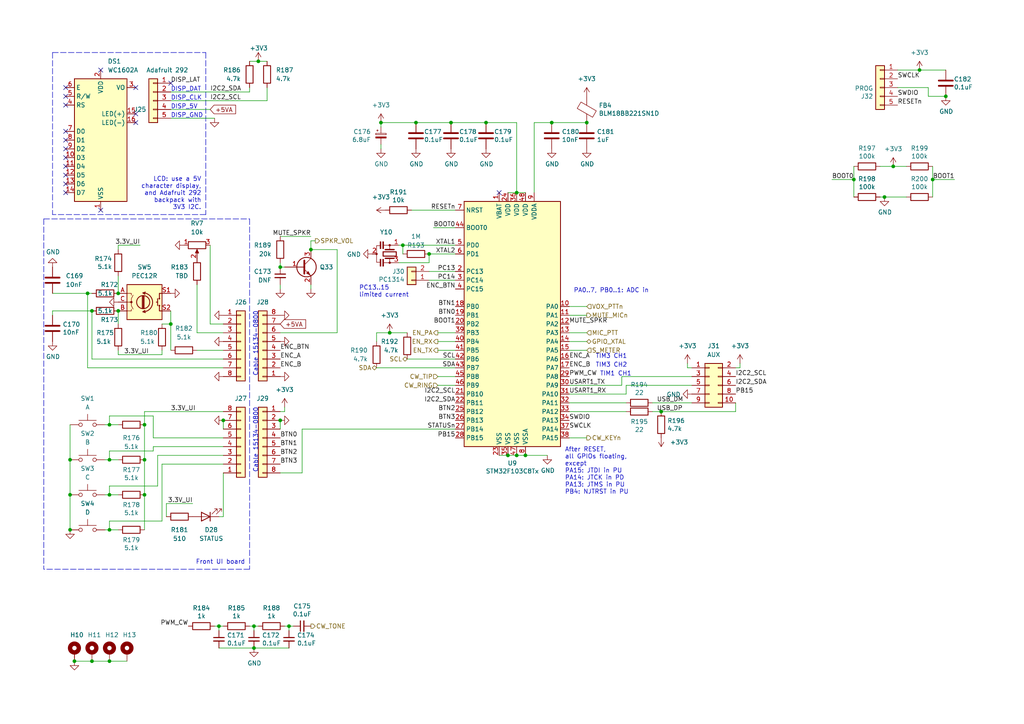
<source format=kicad_sch>
(kicad_sch (version 20211123) (generator eeschema)

  (uuid 5367a494-64b6-4f8c-adca-814c4b88525b)

  (paper "A4")

  (title_block
    (title "DART-70 TRX")
    (date "2023-03-09")
    (rev "0")
    (company "HB9EGM")
    (comment 1 "A 4m Band SSB/CW Transceiver")
    (comment 2 "User interface")
  )

  

  (junction (at 247.65 52.07) (diameter 0) (color 0 0 0 0)
    (uuid 0866ee23-d486-4d3a-a64d-98814c5ef163)
  )
  (junction (at 259.08 48.26) (diameter 0) (color 0 0 0 0)
    (uuid 0a368386-18d2-4ef6-8165-200b72a998f5)
  )
  (junction (at 31.75 153.67) (diameter 0) (color 0 0 0 0)
    (uuid 0f80f31f-72b7-4a12-98d4-1ab91816cb66)
  )
  (junction (at 34.29 85.09) (diameter 0) (color 0 0 0 0)
    (uuid 1276659c-ff14-4940-b214-e27c5bbbd628)
  )
  (junction (at 49.53 93.98) (diameter 0) (color 0 0 0 0)
    (uuid 13067acb-fde6-4e8f-bcd8-36f75030cd64)
  )
  (junction (at 31.75 123.19) (diameter 0) (color 0 0 0 0)
    (uuid 1b4d93c0-b76c-47a2-869f-90d3a6551a1b)
  )
  (junction (at 26.67 90.17) (diameter 0) (color 0 0 0 0)
    (uuid 1d8e009c-7943-40d7-8021-ed1bc658a4c2)
  )
  (junction (at 191.77 119.38) (diameter 0) (color 0 0 0 0)
    (uuid 27f5f687-72ed-4e01-8cef-3c4cc1c6eb50)
  )
  (junction (at 64.77 121.92) (diameter 0) (color 0 0 0 0)
    (uuid 2945d9a7-6deb-445b-b4b8-a7b72ad1634b)
  )
  (junction (at 266.7 20.32) (diameter 0) (color 0 0 0 0)
    (uuid 3a3e423a-0c3f-40d0-bc24-f2fd6c41cc34)
  )
  (junction (at 149.86 55.88) (diameter 0) (color 0 0 0 0)
    (uuid 3b398e0a-4c10-4dcc-aa1f-5dcd51a576d9)
  )
  (junction (at 20.32 143.51) (diameter 0) (color 0 0 0 0)
    (uuid 3e97b4b6-51fe-4831-8963-04e554d396f4)
  )
  (junction (at 124.46 73.66) (diameter 0) (color 0 0 0 0)
    (uuid 418a0e9c-c95f-4d4a-a88f-ec13faf3303c)
  )
  (junction (at 31.75 133.35) (diameter 0) (color 0 0 0 0)
    (uuid 43b68646-b8ec-4be3-a413-276bb49b62bd)
  )
  (junction (at 130.81 35.56) (diameter 0) (color 0 0 0 0)
    (uuid 463e71c6-e035-4ed0-9a41-c3c9633f2c78)
  )
  (junction (at 90.17 72.39) (diameter 0) (color 0 0 0 0)
    (uuid 4aeb06a7-de87-4606-9e7f-a948ca11c315)
  )
  (junction (at 74.93 17.78) (diameter 0) (color 0 0 0 0)
    (uuid 506b584a-7a0c-4748-9a0a-fd2df4f10b53)
  )
  (junction (at 31.75 191.77) (diameter 0) (color 0 0 0 0)
    (uuid 59cde6dd-9dca-42cc-926a-90d90b278d0e)
  )
  (junction (at 81.28 121.92) (diameter 0) (color 0 0 0 0)
    (uuid 5c4d51ff-53a5-48b4-8e8d-5a6fdb870410)
  )
  (junction (at 20.32 133.35) (diameter 0) (color 0 0 0 0)
    (uuid 60f9aea0-5552-4cff-adfd-7e3333a6c431)
  )
  (junction (at 256.54 57.15) (diameter 0) (color 0 0 0 0)
    (uuid 6d4ae51e-8ca2-4932-9759-eaa3b5ce6b35)
  )
  (junction (at 149.86 132.08) (diameter 0) (color 0 0 0 0)
    (uuid 70b621b6-45b5-43cb-9683-d589118723d7)
  )
  (junction (at 147.32 132.08) (diameter 0) (color 0 0 0 0)
    (uuid 73e2a101-0bc0-414b-9aa7-7eeb8a3caef1)
  )
  (junction (at 120.65 35.56) (diameter 0) (color 0 0 0 0)
    (uuid 752fa345-d8be-4e99-aad1-e88671f99643)
  )
  (junction (at 160.02 35.56) (diameter 0) (color 0 0 0 0)
    (uuid 77b09fa1-fbbb-49ab-94c4-069660b694ff)
  )
  (junction (at 73.66 187.96) (diameter 0) (color 0 0 0 0)
    (uuid 782b86fa-ef9f-4c16-a991-b44a80f0f0c3)
  )
  (junction (at 110.49 35.56) (diameter 0) (color 0 0 0 0)
    (uuid 7a569be9-30d3-40a6-bcfb-48572e4d943e)
  )
  (junction (at 63.5 181.61) (diameter 0) (color 0 0 0 0)
    (uuid 7efaeda2-e767-44b9-adb2-3a0c3f4d2f1d)
  )
  (junction (at 25.4 85.09) (diameter 0) (color 0 0 0 0)
    (uuid 862cd780-bf4e-4e2e-bb26-0952d83f334b)
  )
  (junction (at 83.82 181.61) (diameter 0) (color 0 0 0 0)
    (uuid 8847e751-6992-4f80-92c5-c3bef4b5dbf6)
  )
  (junction (at 116.84 71.12) (diameter 0) (color 0 0 0 0)
    (uuid 8c497335-9f19-4d8f-81b9-d3f6e5560190)
  )
  (junction (at 26.67 191.77) (diameter 0) (color 0 0 0 0)
    (uuid 98560b74-a1df-4f18-9056-9d04ee495b97)
  )
  (junction (at 140.97 35.56) (diameter 0) (color 0 0 0 0)
    (uuid 9cb0289b-897f-4a33-9575-6ead0989832a)
  )
  (junction (at 41.91 133.35) (diameter 0) (color 0 0 0 0)
    (uuid a306cb94-6ff0-43dc-b3ff-609bd041f651)
  )
  (junction (at 270.51 52.07) (diameter 0) (color 0 0 0 0)
    (uuid aa21b640-c66c-4373-8449-938440dd5f1c)
  )
  (junction (at 73.66 181.61) (diameter 0) (color 0 0 0 0)
    (uuid b2ecb88a-4c09-46d5-b24a-de38dbb48f75)
  )
  (junction (at 41.91 143.51) (diameter 0) (color 0 0 0 0)
    (uuid b47512f5-ddb1-4f6a-a01f-993a149ffa47)
  )
  (junction (at 152.4 132.08) (diameter 0) (color 0 0 0 0)
    (uuid b7e9cf10-b74e-4e80-a7f1-e33a29fe56de)
  )
  (junction (at 20.32 153.67) (diameter 0) (color 0 0 0 0)
    (uuid be9a62f2-23dd-41df-91a7-1f4ac377faf3)
  )
  (junction (at 81.28 77.47) (diameter 0) (color 0 0 0 0)
    (uuid c21d43cd-6a5c-49e4-8e47-27ce04de320c)
  )
  (junction (at 34.29 90.17) (diameter 0) (color 0 0 0 0)
    (uuid c2d3f10b-b9a2-4cb9-979d-644e3566b349)
  )
  (junction (at 21.59 191.77) (diameter 0) (color 0 0 0 0)
    (uuid c700ac3f-55c1-4328-ac50-f1d2cfb94ee9)
  )
  (junction (at 41.91 123.19) (diameter 0) (color 0 0 0 0)
    (uuid cc016ca4-b9a4-4d80-91ba-91d6e0df5bcc)
  )
  (junction (at 170.18 35.56) (diameter 0) (color 0 0 0 0)
    (uuid e1640c92-0a7b-4990-ae42-e9436c2a460d)
  )
  (junction (at 31.75 143.51) (diameter 0) (color 0 0 0 0)
    (uuid e4389c4e-c952-4182-9a64-3fb2a72a1786)
  )
  (junction (at 274.32 27.94) (diameter 0) (color 0 0 0 0)
    (uuid ed74c2b7-a3ac-4886-84f5-377b5e1bbbfc)
  )
  (junction (at 113.03 96.52) (diameter 0) (color 0 0 0 0)
    (uuid ff6d9fdb-84d0-4d1c-a636-19102cb32ce0)
  )

  (no_connect (at 19.05 30.48) (uuid 27a098aa-a54a-4603-8a04-fe8def00e684))
  (no_connect (at 19.05 25.4) (uuid 32b8b153-c903-4741-ad0e-f8d9602e50e4))
  (no_connect (at 39.37 33.02) (uuid 342988be-16c5-4d72-82f4-e65b4c5f0a23))
  (no_connect (at 19.05 45.72) (uuid 4f2980f5-7c43-4875-a7d2-8b8b265a1e46))
  (no_connect (at 19.05 40.64) (uuid 5187d1a9-67b2-40c1-a07c-4e0e8a38791d))
  (no_connect (at 39.37 35.56) (uuid 54760758-af89-4a41-a60d-e1b689c5006e))
  (no_connect (at 29.21 20.32) (uuid 5e0f13bf-804a-411e-8f5a-2678db83e4a0))
  (no_connect (at 19.05 38.1) (uuid 657b9520-f4f5-4bbd-96e9-e7037197e3d3))
  (no_connect (at 19.05 53.34) (uuid 68b3df11-6847-4453-820a-85d602ac575b))
  (no_connect (at 19.05 43.18) (uuid 7470b900-3f1e-497f-b369-8aad981a3392))
  (no_connect (at 29.21 60.96) (uuid 94d11b9d-6eb0-4385-9ae1-ddcc32221de4))
  (no_connect (at 19.05 48.26) (uuid 98bce542-8d71-44ac-8b06-d20ab5e9152b))
  (no_connect (at 19.05 55.88) (uuid 9a013d10-199f-4d04-bd4c-941faf08d324))
  (no_connect (at 144.78 55.88) (uuid b1a7eebe-6925-4250-9db7-8e9e0fa6cd98))
  (no_connect (at 19.05 27.94) (uuid cbf32607-4f05-4315-90ea-7b1ad43a34e7))
  (no_connect (at 49.53 24.13) (uuid d201603c-e100-4dec-85ec-f4b2f2d1beac))
  (no_connect (at 39.37 25.4) (uuid e52ceaab-2ff4-49eb-abf8-ad8d6eddfba5))
  (no_connect (at 19.05 50.8) (uuid e57a82f1-c1a2-475f-b5ba-dfeed83c5d9b))

  (wire (pts (xy 49.53 26.67) (xy 72.39 26.67))
    (stroke (width 0) (type default) (color 0 0 0 0))
    (uuid 0172fa94-4b7c-4d5e-bde6-27bb171b91e9)
  )
  (wire (pts (xy 63.5 149.86) (xy 64.77 149.86))
    (stroke (width 0) (type default) (color 0 0 0 0))
    (uuid 01bec52d-63c5-49e5-955c-569d1162d97f)
  )
  (wire (pts (xy 34.29 71.12) (xy 40.64 71.12))
    (stroke (width 0) (type default) (color 0 0 0 0))
    (uuid 0242d9ef-e4f8-46fc-9a77-e91737006838)
  )
  (wire (pts (xy 60.96 71.12) (xy 60.96 93.98))
    (stroke (width 0) (type default) (color 0 0 0 0))
    (uuid 02f4b20d-c9a8-4969-8fae-b3557e58a4d5)
  )
  (wire (pts (xy 34.29 93.98) (xy 34.29 90.17))
    (stroke (width 0) (type default) (color 0 0 0 0))
    (uuid 035870a0-33fd-4542-9093-58d01a043d61)
  )
  (wire (pts (xy 119.38 60.96) (xy 132.08 60.96))
    (stroke (width 0) (type default) (color 0 0 0 0))
    (uuid 0454b0ed-4e94-46b1-9058-7210ddee62e4)
  )
  (wire (pts (xy 34.29 101.6) (xy 34.29 102.87))
    (stroke (width 0) (type default) (color 0 0 0 0))
    (uuid 075e8b22-aaf4-4757-89b3-6249642534f1)
  )
  (wire (pts (xy 170.18 127) (xy 165.1 127))
    (stroke (width 0) (type default) (color 0 0 0 0))
    (uuid 092bd70b-48e0-45b7-9940-021b2d382881)
  )
  (wire (pts (xy 44.45 120.65) (xy 31.75 120.65))
    (stroke (width 0) (type default) (color 0 0 0 0))
    (uuid 09f2736c-9021-4d8c-8548-ee1072a97795)
  )
  (wire (pts (xy 165.1 88.9) (xy 170.18 88.9))
    (stroke (width 0) (type default) (color 0 0 0 0))
    (uuid 09f67069-9731-43ad-9896-f538c04ef5ba)
  )
  (wire (pts (xy 15.24 91.44) (xy 15.24 90.17))
    (stroke (width 0) (type default) (color 0 0 0 0))
    (uuid 1021e01a-7480-4604-9b82-a8d70899e83d)
  )
  (wire (pts (xy 34.29 133.35) (xy 31.75 133.35))
    (stroke (width 0) (type default) (color 0 0 0 0))
    (uuid 10acd6cf-9aa0-464b-9051-98ec9eb1cee0)
  )
  (wire (pts (xy 48.26 146.05) (xy 55.88 146.05))
    (stroke (width 0) (type default) (color 0 0 0 0))
    (uuid 11719fed-d88d-4530-9c26-831b28b31b78)
  )
  (wire (pts (xy 64.77 132.08) (xy 45.72 132.08))
    (stroke (width 0) (type default) (color 0 0 0 0))
    (uuid 117ea635-ba04-4738-95f8-db64471b3c10)
  )
  (wire (pts (xy 127 101.6) (xy 132.08 101.6))
    (stroke (width 0) (type default) (color 0 0 0 0))
    (uuid 1627b889-41c1-4638-81bb-2059620a165d)
  )
  (wire (pts (xy 127 111.76) (xy 132.08 111.76))
    (stroke (width 0) (type default) (color 0 0 0 0))
    (uuid 166aacf9-9169-4bbe-a203-0c1180fa7c79)
  )
  (wire (pts (xy 266.7 20.32) (xy 274.32 20.32))
    (stroke (width 0) (type default) (color 0 0 0 0))
    (uuid 183d445a-de65-4a66-9059-9ba25be6a94a)
  )
  (wire (pts (xy 21.59 191.77) (xy 26.67 191.77))
    (stroke (width 0) (type default) (color 0 0 0 0))
    (uuid 1998e0d6-130d-4ba8-96ae-888a1f6e3081)
  )
  (wire (pts (xy 110.49 41.91) (xy 110.49 43.18))
    (stroke (width 0) (type default) (color 0 0 0 0))
    (uuid 1a795a6f-1bc6-41fb-82d7-5ae528094d84)
  )
  (wire (pts (xy 270.51 52.07) (xy 276.86 52.07))
    (stroke (width 0) (type default) (color 0 0 0 0))
    (uuid 1aa1dab1-f1aa-419d-8e2b-8cd33b1239aa)
  )
  (wire (pts (xy 200.66 106.68) (xy 199.39 106.68))
    (stroke (width 0) (type default) (color 0 0 0 0))
    (uuid 1ce4bd63-126a-47fe-ad75-2c3d3b6c90fd)
  )
  (wire (pts (xy 90.17 69.85) (xy 91.44 69.85))
    (stroke (width 0) (type default) (color 0 0 0 0))
    (uuid 1d79b872-4247-447b-8107-559d53ddd5a5)
  )
  (wire (pts (xy 189.23 116.84) (xy 200.66 116.84))
    (stroke (width 0) (type default) (color 0 0 0 0))
    (uuid 1da5016e-cc92-4895-a74f-9793b5b27afa)
  )
  (wire (pts (xy 130.81 35.56) (xy 140.97 35.56))
    (stroke (width 0) (type default) (color 0 0 0 0))
    (uuid 2330a65f-a667-4564-b2ea-fd267508069a)
  )
  (wire (pts (xy 260.35 20.32) (xy 266.7 20.32))
    (stroke (width 0) (type default) (color 0 0 0 0))
    (uuid 23425199-2ac8-404e-b295-8bb0276f526e)
  )
  (wire (pts (xy 200.66 111.76) (xy 181.61 111.76))
    (stroke (width 0) (type default) (color 0 0 0 0))
    (uuid 238ce6dc-0557-409a-ab04-93448fccaac4)
  )
  (wire (pts (xy 160.02 35.56) (xy 154.94 35.56))
    (stroke (width 0) (type default) (color 0 0 0 0))
    (uuid 23d269d6-d694-442a-bf5d-98bf3544fc31)
  )
  (wire (pts (xy 165.1 116.84) (xy 181.61 116.84))
    (stroke (width 0) (type default) (color 0 0 0 0))
    (uuid 23ee83b6-5b95-4d9f-9ad1-3b6563750444)
  )
  (wire (pts (xy 269.24 25.4) (xy 269.24 27.94))
    (stroke (width 0) (type default) (color 0 0 0 0))
    (uuid 2480dd87-1dff-4a50-81a2-52ef161ac45c)
  )
  (wire (pts (xy 259.08 48.26) (xy 262.89 48.26))
    (stroke (width 0) (type default) (color 0 0 0 0))
    (uuid 24884ea9-449f-44bf-b800-4ed7c93ce21e)
  )
  (wire (pts (xy 63.5 181.61) (xy 63.5 182.88))
    (stroke (width 0) (type default) (color 0 0 0 0))
    (uuid 251435cb-df17-46ab-aac4-3d24ccac8db0)
  )
  (wire (pts (xy 109.22 106.68) (xy 132.08 106.68))
    (stroke (width 0) (type default) (color 0 0 0 0))
    (uuid 25892d42-97fc-44a1-b3ba-aeb16f99fc18)
  )
  (polyline (pts (xy 12.7 63.5) (xy 12.7 165.1))
    (stroke (width 0) (type default) (color 0 0 0 0))
    (uuid 2713b852-bf79-44b8-86d7-5e0782348c75)
  )

  (wire (pts (xy 34.29 123.19) (xy 31.75 123.19))
    (stroke (width 0) (type default) (color 0 0 0 0))
    (uuid 2965eaa9-5c83-4078-a673-05e36103f2d1)
  )
  (wire (pts (xy 26.67 104.14) (xy 64.77 104.14))
    (stroke (width 0) (type default) (color 0 0 0 0))
    (uuid 2b7ff33a-ec1c-46d5-8b84-ce602b213971)
  )
  (wire (pts (xy 127 109.22) (xy 132.08 109.22))
    (stroke (width 0) (type default) (color 0 0 0 0))
    (uuid 2bd08fdd-e559-4112-af36-bdef9848d0a6)
  )
  (wire (pts (xy 81.28 96.52) (xy 97.79 96.52))
    (stroke (width 0) (type default) (color 0 0 0 0))
    (uuid 2c6ad630-243d-427a-a5cf-bdab2e7e3ca0)
  )
  (wire (pts (xy 64.77 134.62) (xy 46.99 134.62))
    (stroke (width 0) (type default) (color 0 0 0 0))
    (uuid 2e004af1-24c2-4d3f-9cdf-8ffccd65096d)
  )
  (wire (pts (xy 57.15 82.55) (xy 57.15 96.52))
    (stroke (width 0) (type default) (color 0 0 0 0))
    (uuid 34bc620a-9d77-48b4-909a-ab4e80c66d2f)
  )
  (polyline (pts (xy 59.69 15.24) (xy 59.69 62.23))
    (stroke (width 0) (type default) (color 0 0 0 0))
    (uuid 36dbbb14-ed77-4633-af35-90660d2143f3)
  )

  (wire (pts (xy 120.65 35.56) (xy 130.81 35.56))
    (stroke (width 0) (type default) (color 0 0 0 0))
    (uuid 37e843e9-2538-4a91-9a9b-f536fa0a9e84)
  )
  (wire (pts (xy 64.77 127) (xy 44.45 127))
    (stroke (width 0) (type default) (color 0 0 0 0))
    (uuid 38d4be64-e2ca-4c77-8402-c0bcde2a8985)
  )
  (wire (pts (xy 247.65 52.07) (xy 247.65 57.15))
    (stroke (width 0) (type default) (color 0 0 0 0))
    (uuid 39fc171f-22e1-4125-a6fb-074be0f89972)
  )
  (wire (pts (xy 110.49 35.56) (xy 120.65 35.56))
    (stroke (width 0) (type default) (color 0 0 0 0))
    (uuid 3a013e8f-5b12-499b-8d2d-0ad49966db1a)
  )
  (wire (pts (xy 83.82 182.88) (xy 83.82 181.61))
    (stroke (width 0) (type default) (color 0 0 0 0))
    (uuid 3d927ca0-f4ad-42ab-b902-dfef8d84eebb)
  )
  (wire (pts (xy 270.51 52.07) (xy 270.51 57.15))
    (stroke (width 0) (type default) (color 0 0 0 0))
    (uuid 3ecb97a2-d71c-4514-8aef-66aafaac321d)
  )
  (wire (pts (xy 31.75 151.13) (xy 31.75 153.67))
    (stroke (width 0) (type default) (color 0 0 0 0))
    (uuid 3ecfdc85-ccb3-4449-a7de-24b5b9ff8623)
  )
  (wire (pts (xy 73.66 187.96) (xy 83.82 187.96))
    (stroke (width 0) (type default) (color 0 0 0 0))
    (uuid 3fc3a397-ec3a-4314-aa6a-44925ef4cbbe)
  )
  (wire (pts (xy 189.23 119.38) (xy 191.77 119.38))
    (stroke (width 0) (type default) (color 0 0 0 0))
    (uuid 40e94887-1b6b-450e-82b0-77f516f4e620)
  )
  (polyline (pts (xy 15.24 15.24) (xy 59.69 15.24))
    (stroke (width 0) (type default) (color 0 0 0 0))
    (uuid 437ebe18-8f4c-4d60-9ade-e76424d17726)
  )

  (wire (pts (xy 83.82 181.61) (xy 85.09 181.61))
    (stroke (width 0) (type default) (color 0 0 0 0))
    (uuid 4736f749-4a0e-4a05-b1aa-d51f1c3fc23d)
  )
  (wire (pts (xy 160.02 35.56) (xy 170.18 35.56))
    (stroke (width 0) (type default) (color 0 0 0 0))
    (uuid 4829bee0-faa8-43f7-b2d7-8a6e5d1b3050)
  )
  (wire (pts (xy 34.29 80.01) (xy 34.29 85.09))
    (stroke (width 0) (type default) (color 0 0 0 0))
    (uuid 487cb37f-32e1-4fcc-b649-1ddd891984c5)
  )
  (wire (pts (xy 34.29 72.39) (xy 34.29 71.12))
    (stroke (width 0) (type default) (color 0 0 0 0))
    (uuid 4ac2ebce-bb4e-40ee-8aab-660b525d546b)
  )
  (wire (pts (xy 124.46 78.74) (xy 132.08 78.74))
    (stroke (width 0) (type default) (color 0 0 0 0))
    (uuid 4cd135a5-fdd1-4851-864a-dadf7c96d9ff)
  )
  (wire (pts (xy 20.32 123.19) (xy 20.32 133.35))
    (stroke (width 0) (type default) (color 0 0 0 0))
    (uuid 4d43e674-c1c0-4e11-b129-01108db367aa)
  )
  (wire (pts (xy 260.35 25.4) (xy 269.24 25.4))
    (stroke (width 0) (type default) (color 0 0 0 0))
    (uuid 4f69bb40-cbf2-45c5-8c23-3e0667e1f6c1)
  )
  (wire (pts (xy 165.1 114.3) (xy 181.61 114.3))
    (stroke (width 0) (type default) (color 0 0 0 0))
    (uuid 500298f6-b9ed-4e53-bde6-024545f1a90a)
  )
  (wire (pts (xy 214.63 106.68) (xy 214.63 105.41))
    (stroke (width 0) (type default) (color 0 0 0 0))
    (uuid 51294343-90f3-4619-bc53-1c73bf8c5427)
  )
  (wire (pts (xy 44.45 129.54) (xy 44.45 130.81))
    (stroke (width 0) (type default) (color 0 0 0 0))
    (uuid 5340b604-f44f-4b11-a6bf-532ca4d65b6f)
  )
  (wire (pts (xy 165.1 99.06) (xy 170.18 99.06))
    (stroke (width 0) (type default) (color 0 0 0 0))
    (uuid 53b642b8-d876-4cba-97a5-d4c9c528a2c5)
  )
  (wire (pts (xy 74.93 17.78) (xy 72.39 17.78))
    (stroke (width 0) (type default) (color 0 0 0 0))
    (uuid 5650bed6-fa0f-4e0e-bc2c-475445b4cde8)
  )
  (wire (pts (xy 64.77 101.6) (xy 57.15 101.6))
    (stroke (width 0) (type default) (color 0 0 0 0))
    (uuid 58839379-e082-4fb4-906e-c6877a462c18)
  )
  (wire (pts (xy 34.29 143.51) (xy 31.75 143.51))
    (stroke (width 0) (type default) (color 0 0 0 0))
    (uuid 595e8034-8a59-4a5c-b366-f8604d8aa4da)
  )
  (wire (pts (xy 247.65 48.26) (xy 247.65 52.07))
    (stroke (width 0) (type default) (color 0 0 0 0))
    (uuid 5af71f61-4c88-4f07-8375-dac3a2ef186d)
  )
  (wire (pts (xy 110.49 35.56) (xy 110.49 36.83))
    (stroke (width 0) (type default) (color 0 0 0 0))
    (uuid 5e8f43a4-e869-473e-b093-0ec79ea19580)
  )
  (wire (pts (xy 269.24 27.94) (xy 274.32 27.94))
    (stroke (width 0) (type default) (color 0 0 0 0))
    (uuid 61b6f2c4-b226-47d6-bbd8-9d67fcaf35c3)
  )
  (wire (pts (xy 256.54 57.15) (xy 262.89 57.15))
    (stroke (width 0) (type default) (color 0 0 0 0))
    (uuid 61e795c9-5bb5-48b3-b7a0-cb64f04c7adc)
  )
  (wire (pts (xy 49.53 101.6) (xy 49.53 93.98))
    (stroke (width 0) (type default) (color 0 0 0 0))
    (uuid 62bb59d5-9173-4472-8052-d1f9b5eb8ddd)
  )
  (wire (pts (xy 48.26 146.05) (xy 48.26 149.86))
    (stroke (width 0) (type default) (color 0 0 0 0))
    (uuid 653c064d-2952-4357-b6d2-6994eafa06e3)
  )
  (wire (pts (xy 34.29 153.67) (xy 31.75 153.67))
    (stroke (width 0) (type default) (color 0 0 0 0))
    (uuid 66d98295-60ac-4b7d-a181-3284b2b387bc)
  )
  (wire (pts (xy 124.46 76.2) (xy 124.46 73.66))
    (stroke (width 0) (type default) (color 0 0 0 0))
    (uuid 677a1070-c11b-49a9-8186-12e0a3e880b1)
  )
  (wire (pts (xy 77.47 29.21) (xy 77.47 25.4))
    (stroke (width 0) (type default) (color 0 0 0 0))
    (uuid 679e5b0e-a017-43d8-8845-79a886253d82)
  )
  (wire (pts (xy 26.67 191.77) (xy 31.75 191.77))
    (stroke (width 0) (type default) (color 0 0 0 0))
    (uuid 67a7995e-8784-42ca-a88d-2917f425f1b7)
  )
  (polyline (pts (xy 15.24 15.24) (xy 15.24 62.23))
    (stroke (width 0) (type default) (color 0 0 0 0))
    (uuid 6c1a4ff4-84d5-4723-9271-598658bada11)
  )

  (wire (pts (xy 165.1 111.76) (xy 180.34 111.76))
    (stroke (width 0) (type default) (color 0 0 0 0))
    (uuid 6f75ea3e-6135-44f5-9313-1aad839ab6f6)
  )
  (wire (pts (xy 49.53 93.98) (xy 49.53 90.17))
    (stroke (width 0) (type default) (color 0 0 0 0))
    (uuid 6fdaf790-6595-4496-8ecc-66a8fce05a7e)
  )
  (wire (pts (xy 31.75 153.67) (xy 30.48 153.67))
    (stroke (width 0) (type default) (color 0 0 0 0))
    (uuid 7015e2a0-a2e3-4f1d-a3b4-6e3232db9600)
  )
  (wire (pts (xy 74.93 17.78) (xy 77.47 17.78))
    (stroke (width 0) (type default) (color 0 0 0 0))
    (uuid 70fbc14f-75ce-4a72-aeed-887f01f7e9b7)
  )
  (wire (pts (xy 62.23 181.61) (xy 63.5 181.61))
    (stroke (width 0) (type default) (color 0 0 0 0))
    (uuid 742f6656-c86d-41c0-937e-ef6ded3bd482)
  )
  (wire (pts (xy 82.55 119.38) (xy 81.28 119.38))
    (stroke (width 0) (type default) (color 0 0 0 0))
    (uuid 759cc877-c951-4232-8801-84944e2711e0)
  )
  (wire (pts (xy 31.75 143.51) (xy 30.48 143.51))
    (stroke (width 0) (type default) (color 0 0 0 0))
    (uuid 79e9b764-7934-4c55-bbe2-66da90857ed4)
  )
  (wire (pts (xy 140.97 35.56) (xy 149.86 35.56))
    (stroke (width 0) (type default) (color 0 0 0 0))
    (uuid 7c1fd6fc-5c53-4ccb-a456-46fe6fc0bc71)
  )
  (wire (pts (xy 34.29 102.87) (xy 46.99 102.87))
    (stroke (width 0) (type default) (color 0 0 0 0))
    (uuid 7d0bbe80-0957-4d01-9233-f16ef102a13b)
  )
  (wire (pts (xy 82.55 181.61) (xy 83.82 181.61))
    (stroke (width 0) (type default) (color 0 0 0 0))
    (uuid 7d512d14-3ca4-4934-b506-eb07d268c7dc)
  )
  (wire (pts (xy 255.27 48.26) (xy 259.08 48.26))
    (stroke (width 0) (type default) (color 0 0 0 0))
    (uuid 7dd55760-37b2-4d89-b4f0-9a6e2271c608)
  )
  (wire (pts (xy 49.53 31.75) (xy 60.96 31.75))
    (stroke (width 0) (type default) (color 0 0 0 0))
    (uuid 7dea5b06-9728-4946-ac18-76df3b51d33b)
  )
  (wire (pts (xy 147.32 132.08) (xy 144.78 132.08))
    (stroke (width 0) (type default) (color 0 0 0 0))
    (uuid 7f2c9904-545b-4337-acd6-8707e0924818)
  )
  (wire (pts (xy 31.75 120.65) (xy 31.75 123.19))
    (stroke (width 0) (type default) (color 0 0 0 0))
    (uuid 7f70a162-654d-4a57-bc5d-a31cdfbe16ab)
  )
  (wire (pts (xy 270.51 48.26) (xy 270.51 52.07))
    (stroke (width 0) (type default) (color 0 0 0 0))
    (uuid 81d49193-5849-4589-9095-80c5e3a0c2bb)
  )
  (wire (pts (xy 41.91 133.35) (xy 41.91 123.19))
    (stroke (width 0) (type default) (color 0 0 0 0))
    (uuid 83b77b4d-dcc2-4e93-a5f3-1d1480646393)
  )
  (wire (pts (xy 199.39 106.68) (xy 199.39 105.41))
    (stroke (width 0) (type default) (color 0 0 0 0))
    (uuid 83f19178-b5ce-4eb0-8662-85efc8e40ad9)
  )
  (wire (pts (xy 82.55 118.11) (xy 82.55 119.38))
    (stroke (width 0) (type default) (color 0 0 0 0))
    (uuid 8531137a-1a8b-4272-8a2a-21ebe15116a8)
  )
  (wire (pts (xy 255.27 57.15) (xy 256.54 57.15))
    (stroke (width 0) (type default) (color 0 0 0 0))
    (uuid 875404be-e359-458a-af29-1bd3403dd55f)
  )
  (wire (pts (xy 170.18 96.52) (xy 165.1 96.52))
    (stroke (width 0) (type default) (color 0 0 0 0))
    (uuid 8916cfb5-5541-43a9-8e0e-951b776d485c)
  )
  (wire (pts (xy 90.17 69.85) (xy 90.17 72.39))
    (stroke (width 0) (type default) (color 0 0 0 0))
    (uuid 8c018d47-5ab9-4aea-a37a-71038b398265)
  )
  (wire (pts (xy 64.77 129.54) (xy 44.45 129.54))
    (stroke (width 0) (type default) (color 0 0 0 0))
    (uuid 8cad3c76-9d14-47b0-af16-b1d45fb7e210)
  )
  (wire (pts (xy 25.4 85.09) (xy 25.4 106.68))
    (stroke (width 0) (type default) (color 0 0 0 0))
    (uuid 8cc76f91-ded4-40ee-b697-880b3a291e2e)
  )
  (wire (pts (xy 20.32 143.51) (xy 20.32 153.67))
    (stroke (width 0) (type default) (color 0 0 0 0))
    (uuid 8d760ab7-cb5d-426a-b4aa-fb7e0964cb41)
  )
  (wire (pts (xy 113.03 96.52) (xy 118.11 96.52))
    (stroke (width 0) (type default) (color 0 0 0 0))
    (uuid 8eee2ea4-1445-45c5-abf0-47f99f0cf976)
  )
  (wire (pts (xy 73.66 181.61) (xy 74.93 181.61))
    (stroke (width 0) (type default) (color 0 0 0 0))
    (uuid 9004cee7-358e-4c08-9d64-a05f28a4e7b6)
  )
  (wire (pts (xy 15.24 85.09) (xy 25.4 85.09))
    (stroke (width 0) (type default) (color 0 0 0 0))
    (uuid 901dc96c-698d-427d-880a-ee46536a481f)
  )
  (wire (pts (xy 81.28 77.47) (xy 82.55 77.47))
    (stroke (width 0) (type default) (color 0 0 0 0))
    (uuid 91b93633-9d4a-4170-b7ca-34e2d5aedb1e)
  )
  (wire (pts (xy 124.46 73.66) (xy 132.08 73.66))
    (stroke (width 0) (type default) (color 0 0 0 0))
    (uuid 92cf4db4-2dba-4763-9cd8-3c7f8aff8f24)
  )
  (wire (pts (xy 124.46 76.2) (xy 115.57 76.2))
    (stroke (width 0) (type default) (color 0 0 0 0))
    (uuid 93b580d1-c2df-48c4-9d06-465ca9d3eebc)
  )
  (wire (pts (xy 31.75 130.81) (xy 31.75 133.35))
    (stroke (width 0) (type default) (color 0 0 0 0))
    (uuid 93da3a85-5fda-48d7-be90-2ac97d347c10)
  )
  (wire (pts (xy 31.75 133.35) (xy 30.48 133.35))
    (stroke (width 0) (type default) (color 0 0 0 0))
    (uuid 9a54de37-9a36-4361-8f2a-998faf1c0711)
  )
  (wire (pts (xy 87.63 124.46) (xy 132.08 124.46))
    (stroke (width 0) (type default) (color 0 0 0 0))
    (uuid 9c00f763-4387-4dca-9d2a-687600fcbd31)
  )
  (wire (pts (xy 26.67 90.17) (xy 26.67 104.14))
    (stroke (width 0) (type default) (color 0 0 0 0))
    (uuid a17a454c-d5db-41e2-aad7-bb23416d3abb)
  )
  (wire (pts (xy 46.99 93.98) (xy 49.53 93.98))
    (stroke (width 0) (type default) (color 0 0 0 0))
    (uuid a1c9f66a-0fa1-46bb-9bd5-47e853da8b3b)
  )
  (wire (pts (xy 149.86 55.88) (xy 147.32 55.88))
    (stroke (width 0) (type default) (color 0 0 0 0))
    (uuid a32fe8ab-5810-40f6-8eab-48332c0ee5a0)
  )
  (wire (pts (xy 81.28 83.82) (xy 81.28 82.55))
    (stroke (width 0) (type default) (color 0 0 0 0))
    (uuid a6772870-a42e-49f8-bd4d-a35118c5fb87)
  )
  (wire (pts (xy 31.75 123.19) (xy 30.48 123.19))
    (stroke (width 0) (type default) (color 0 0 0 0))
    (uuid a8ec01c3-5395-47fc-8245-52f53884ef0c)
  )
  (wire (pts (xy 124.46 81.28) (xy 132.08 81.28))
    (stroke (width 0) (type default) (color 0 0 0 0))
    (uuid ab5db7e5-9de7-449f-b70b-9d0dd610b10b)
  )
  (wire (pts (xy 116.84 73.66) (xy 116.84 71.12))
    (stroke (width 0) (type default) (color 0 0 0 0))
    (uuid ac5a5c45-797a-4bbe-bfd5-5ce5a8aa3463)
  )
  (wire (pts (xy 109.22 99.06) (xy 109.22 96.52))
    (stroke (width 0) (type default) (color 0 0 0 0))
    (uuid acc086a0-e4a1-477e-a665-53709bdb472e)
  )
  (wire (pts (xy 81.28 121.92) (xy 81.28 124.46))
    (stroke (width 0) (type default) (color 0 0 0 0))
    (uuid adcad185-ae9d-4ff3-9043-36c650cb42a0)
  )
  (wire (pts (xy 81.28 76.2) (xy 81.28 77.47))
    (stroke (width 0) (type default) (color 0 0 0 0))
    (uuid ae0da676-b905-4af3-8d1e-af49105ca29d)
  )
  (wire (pts (xy 46.99 151.13) (xy 31.75 151.13))
    (stroke (width 0) (type default) (color 0 0 0 0))
    (uuid ae15e328-ecca-4103-8937-cab586d25863)
  )
  (wire (pts (xy 152.4 132.08) (xy 149.86 132.08))
    (stroke (width 0) (type default) (color 0 0 0 0))
    (uuid b05af61d-3c1d-44cf-aea2-61fd169c9d1a)
  )
  (wire (pts (xy 31.75 191.77) (xy 36.83 191.77))
    (stroke (width 0) (type default) (color 0 0 0 0))
    (uuid b28ba5b1-54d9-4597-94a4-3b5c7b5bab1e)
  )
  (wire (pts (xy 149.86 35.56) (xy 149.86 55.88))
    (stroke (width 0) (type default) (color 0 0 0 0))
    (uuid b3eebb03-af8c-48e8-a7d9-5ec3741206fa)
  )
  (wire (pts (xy 213.36 119.38) (xy 213.36 116.84))
    (stroke (width 0) (type default) (color 0 0 0 0))
    (uuid b54abf56-b9e3-4a23-9f8d-55ca0e49fa17)
  )
  (polyline (pts (xy 72.39 63.5) (xy 72.39 165.1))
    (stroke (width 0) (type default) (color 0 0 0 0))
    (uuid b7352d31-f539-445c-ba3f-fbc1562b3d46)
  )

  (wire (pts (xy 165.1 119.38) (xy 181.61 119.38))
    (stroke (width 0) (type default) (color 0 0 0 0))
    (uuid b9baffa3-7afd-4d0f-b872-02cd045ef6e6)
  )
  (wire (pts (xy 181.61 111.76) (xy 181.61 114.3))
    (stroke (width 0) (type default) (color 0 0 0 0))
    (uuid b9fce689-53c2-4275-98d8-2c8da9bd740a)
  )
  (wire (pts (xy 116.84 71.12) (xy 115.57 71.12))
    (stroke (width 0) (type default) (color 0 0 0 0))
    (uuid ba80136a-34d0-4a97-a9c9-c43ab3f7be6e)
  )
  (wire (pts (xy 97.79 96.52) (xy 97.79 72.39))
    (stroke (width 0) (type default) (color 0 0 0 0))
    (uuid baa5fb47-0080-48ce-a6eb-0a22f840580d)
  )
  (wire (pts (xy 152.4 55.88) (xy 149.86 55.88))
    (stroke (width 0) (type default) (color 0 0 0 0))
    (uuid bade9875-e59b-4d52-b529-c48d7c265fc4)
  )
  (wire (pts (xy 81.28 137.16) (xy 87.63 137.16))
    (stroke (width 0) (type default) (color 0 0 0 0))
    (uuid bb740424-d759-4423-b2a5-0258d69ff2b8)
  )
  (wire (pts (xy 49.53 29.21) (xy 77.47 29.21))
    (stroke (width 0) (type default) (color 0 0 0 0))
    (uuid bc913ca4-9065-43d2-9d7f-c7073d14811d)
  )
  (wire (pts (xy 170.18 101.6) (xy 165.1 101.6))
    (stroke (width 0) (type default) (color 0 0 0 0))
    (uuid bcb9de97-da39-48c2-ba62-52171a3a19f8)
  )
  (wire (pts (xy 64.77 93.98) (xy 60.96 93.98))
    (stroke (width 0) (type default) (color 0 0 0 0))
    (uuid bcc6231b-fada-4e7b-994f-501a10edaac4)
  )
  (wire (pts (xy 118.11 104.14) (xy 132.08 104.14))
    (stroke (width 0) (type default) (color 0 0 0 0))
    (uuid bd09b87f-3171-467c-9c1b-9b264cb5811f)
  )
  (wire (pts (xy 45.72 132.08) (xy 45.72 140.97))
    (stroke (width 0) (type default) (color 0 0 0 0))
    (uuid bdc362f0-8353-4b85-a2e5-77a124b70e3e)
  )
  (wire (pts (xy 90.17 83.82) (xy 90.17 82.55))
    (stroke (width 0) (type default) (color 0 0 0 0))
    (uuid be3969cd-6eb6-46db-b717-5a91b206baa1)
  )
  (wire (pts (xy 127 99.06) (xy 132.08 99.06))
    (stroke (width 0) (type default) (color 0 0 0 0))
    (uuid becafcb0-5d08-48f4-89ce-b2a1334e1c9f)
  )
  (wire (pts (xy 46.99 134.62) (xy 46.99 151.13))
    (stroke (width 0) (type default) (color 0 0 0 0))
    (uuid bff5a479-d653-4ef3-9142-cd1c60af5e4c)
  )
  (wire (pts (xy 87.63 137.16) (xy 87.63 124.46))
    (stroke (width 0) (type default) (color 0 0 0 0))
    (uuid c11bad5b-a36f-48f7-a423-b6938509b64c)
  )
  (wire (pts (xy 25.4 85.09) (xy 26.67 85.09))
    (stroke (width 0) (type default) (color 0 0 0 0))
    (uuid c3bf758f-2f4a-44b5-89bd-399138aded84)
  )
  (wire (pts (xy 64.77 121.92) (xy 64.77 124.46))
    (stroke (width 0) (type default) (color 0 0 0 0))
    (uuid c441a9cc-dcbd-450c-98b0-ba6bf2893466)
  )
  (wire (pts (xy 109.22 96.52) (xy 113.03 96.52))
    (stroke (width 0) (type default) (color 0 0 0 0))
    (uuid c4f64510-07d5-4ae3-902b-5d0e59c44376)
  )
  (wire (pts (xy 180.34 109.22) (xy 200.66 109.22))
    (stroke (width 0) (type default) (color 0 0 0 0))
    (uuid ca0eab8e-e3fd-464d-bb03-d1603b8a651b)
  )
  (wire (pts (xy 213.36 106.68) (xy 214.63 106.68))
    (stroke (width 0) (type default) (color 0 0 0 0))
    (uuid cb175638-626b-4672-842d-6eb93527cdee)
  )
  (wire (pts (xy 72.39 26.67) (xy 72.39 25.4))
    (stroke (width 0) (type default) (color 0 0 0 0))
    (uuid cf02db11-2ff8-4f79-b3e9-9802575ab786)
  )
  (polyline (pts (xy 72.39 165.1) (xy 12.7 165.1))
    (stroke (width 0) (type default) (color 0 0 0 0))
    (uuid d1139c2e-c886-424c-a875-a1901610c4d7)
  )

  (wire (pts (xy 154.94 35.56) (xy 154.94 55.88))
    (stroke (width 0) (type default) (color 0 0 0 0))
    (uuid d1ea7795-8403-4edb-b959-1b29f77ed16f)
  )
  (wire (pts (xy 26.67 90.17) (xy 15.24 90.17))
    (stroke (width 0) (type default) (color 0 0 0 0))
    (uuid d4d81f67-fac4-4771-8b7d-f2089683330d)
  )
  (wire (pts (xy 73.66 182.88) (xy 73.66 181.61))
    (stroke (width 0) (type default) (color 0 0 0 0))
    (uuid d8ebdeb0-2bbd-4a1b-a259-f95c97f44cbe)
  )
  (wire (pts (xy 72.39 181.61) (xy 73.66 181.61))
    (stroke (width 0) (type default) (color 0 0 0 0))
    (uuid dacfc6b2-f197-4446-86ee-d141533404be)
  )
  (wire (pts (xy 97.79 72.39) (xy 90.17 72.39))
    (stroke (width 0) (type default) (color 0 0 0 0))
    (uuid db2d81f3-23da-41d4-9b62-2e8fe838cf89)
  )
  (wire (pts (xy 46.99 101.6) (xy 46.99 102.87))
    (stroke (width 0) (type default) (color 0 0 0 0))
    (uuid dbe966b7-402e-466d-8903-8d56ad410940)
  )
  (wire (pts (xy 49.53 34.29) (xy 62.23 34.29))
    (stroke (width 0) (type default) (color 0 0 0 0))
    (uuid dc2567a8-f67d-423b-a6b0-f3bf10022eef)
  )
  (wire (pts (xy 132.08 71.12) (xy 116.84 71.12))
    (stroke (width 0) (type default) (color 0 0 0 0))
    (uuid dcbc5a2e-2561-4663-8736-09acc9fe0209)
  )
  (wire (pts (xy 63.5 187.96) (xy 73.66 187.96))
    (stroke (width 0) (type default) (color 0 0 0 0))
    (uuid ddcf9a83-0126-4df6-88fa-3363d508d3a6)
  )
  (wire (pts (xy 45.72 140.97) (xy 31.75 140.97))
    (stroke (width 0) (type default) (color 0 0 0 0))
    (uuid dece3cbd-7376-4a8b-8f30-175b2548ec21)
  )
  (wire (pts (xy 44.45 130.81) (xy 31.75 130.81))
    (stroke (width 0) (type default) (color 0 0 0 0))
    (uuid df1810e4-d2b1-4c4a-a469-1d3279013048)
  )
  (polyline (pts (xy 12.7 63.5) (xy 72.39 63.5))
    (stroke (width 0) (type default) (color 0 0 0 0))
    (uuid e1153486-162b-4507-b81c-3c8ab418a121)
  )

  (wire (pts (xy 158.75 132.08) (xy 152.4 132.08))
    (stroke (width 0) (type default) (color 0 0 0 0))
    (uuid e382fedc-c868-44fd-9740-47cc05b15c1c)
  )
  (wire (pts (xy 170.18 91.44) (xy 165.1 91.44))
    (stroke (width 0) (type default) (color 0 0 0 0))
    (uuid e4a40ea1-de8c-4913-8d95-0a86c0054fcc)
  )
  (wire (pts (xy 63.5 181.61) (xy 64.77 181.61))
    (stroke (width 0) (type default) (color 0 0 0 0))
    (uuid e68fac9b-3de3-4acb-9bb0-3dee3685df22)
  )
  (wire (pts (xy 191.77 119.38) (xy 213.36 119.38))
    (stroke (width 0) (type default) (color 0 0 0 0))
    (uuid e70600e3-01bb-4e01-8134-7ede97e7e28d)
  )
  (wire (pts (xy 180.34 111.76) (xy 180.34 109.22))
    (stroke (width 0) (type default) (color 0 0 0 0))
    (uuid e7130644-c4ae-4f9d-997d-5b4fa9d09578)
  )
  (wire (pts (xy 127 96.52) (xy 132.08 96.52))
    (stroke (width 0) (type default) (color 0 0 0 0))
    (uuid e719e133-06c8-48a5-8b34-3a33eec285a2)
  )
  (polyline (pts (xy 59.69 62.23) (xy 15.24 62.23))
    (stroke (width 0) (type default) (color 0 0 0 0))
    (uuid e8e850c4-7708-4bbf-84e9-a768c6d278e3)
  )

  (wire (pts (xy 44.45 127) (xy 44.45 120.65))
    (stroke (width 0) (type default) (color 0 0 0 0))
    (uuid e9b295a5-cdeb-4da6-bdd9-19728b2c98e4)
  )
  (wire (pts (xy 90.17 68.58) (xy 81.28 68.58))
    (stroke (width 0) (type default) (color 0 0 0 0))
    (uuid eaa232ae-0357-4d6f-87b8-c4745ba4beae)
  )
  (wire (pts (xy 64.77 149.86) (xy 64.77 137.16))
    (stroke (width 0) (type default) (color 0 0 0 0))
    (uuid eb0a63f4-b906-442b-93ec-ffece07fdfe0)
  )
  (wire (pts (xy 41.91 153.67) (xy 41.91 143.51))
    (stroke (width 0) (type default) (color 0 0 0 0))
    (uuid eb5c3818-51cd-4092-a6a2-1d306912382e)
  )
  (wire (pts (xy 125.73 66.04) (xy 132.08 66.04))
    (stroke (width 0) (type default) (color 0 0 0 0))
    (uuid ed265626-f6f5-4029-beb9-f6ad275e86b5)
  )
  (wire (pts (xy 41.91 143.51) (xy 41.91 133.35))
    (stroke (width 0) (type default) (color 0 0 0 0))
    (uuid ee955228-8cba-41df-9590-142549e57cef)
  )
  (wire (pts (xy 25.4 106.68) (xy 64.77 106.68))
    (stroke (width 0) (type default) (color 0 0 0 0))
    (uuid f0f2fa4c-2880-427e-a24f-022d6c3aded4)
  )
  (wire (pts (xy 41.91 119.38) (xy 64.77 119.38))
    (stroke (width 0) (type default) (color 0 0 0 0))
    (uuid f195bef5-4865-4edb-b1c1-1159dcbcf864)
  )
  (wire (pts (xy 31.75 140.97) (xy 31.75 143.51))
    (stroke (width 0) (type default) (color 0 0 0 0))
    (uuid f4034db7-8854-4045-b7b2-1e1c9b9e34c1)
  )
  (wire (pts (xy 149.86 132.08) (xy 147.32 132.08))
    (stroke (width 0) (type default) (color 0 0 0 0))
    (uuid f46f4b86-daf6-4869-98cb-928039f00f5f)
  )
  (wire (pts (xy 41.91 119.38) (xy 41.91 123.19))
    (stroke (width 0) (type default) (color 0 0 0 0))
    (uuid f7ab66cc-203f-4754-b8dc-ece5fbc39d5d)
  )
  (wire (pts (xy 20.32 133.35) (xy 20.32 143.51))
    (stroke (width 0) (type default) (color 0 0 0 0))
    (uuid f928df12-b33b-4d6e-8a51-572bf83802ca)
  )
  (wire (pts (xy 241.3 52.07) (xy 247.65 52.07))
    (stroke (width 0) (type default) (color 0 0 0 0))
    (uuid faac2d32-2379-4b8f-8acf-c85798bc06e6)
  )
  (wire (pts (xy 57.15 96.52) (xy 64.77 96.52))
    (stroke (width 0) (type default) (color 0 0 0 0))
    (uuid fea67a82-098b-48c6-940d-5cd9df757cce)
  )

  (text "DISP_5V" (at 49.53 31.75 0)
    (effects (font (size 1.27 1.27)) (justify left bottom))
    (uuid 1ae70af6-ac4a-4a28-aff8-9077e17e3e61)
  )
  (text "DISP_GND" (at 49.53 34.29 0)
    (effects (font (size 1.27 1.27)) (justify left bottom))
    (uuid 2a4a455a-d851-42f3-92ae-dce395b66e62)
  )
  (text "After RESET,\nall GPIOs floating,\nexcept\nPA15: JTDI in PU\nPA14: JTCK in PD\nPA13: JTMS in PU\nPB4: NJTRST in PU"
    (at 163.83 143.51 0)
    (effects (font (size 1.27 1.27)) (justify left bottom))
    (uuid 4585c64e-96ad-4886-8cc1-623266bf73bf)
  )
  (text "TIM1 CH1" (at 173.99 109.22 0)
    (effects (font (size 1.27 1.27)) (justify left bottom))
    (uuid 49389a66-8741-452b-8284-834f65c51e1b)
  )
  (text "Cable 15134-0800" (at 74.93 109.22 90)
    (effects (font (size 1.27 1.27)) (justify left bottom))
    (uuid 7b631093-e11c-49b0-a46a-633c5ceda110)
  )
  (text "TIM3 CH1" (at 172.72 104.14 0)
    (effects (font (size 1.27 1.27)) (justify left bottom))
    (uuid 7ea15999-0781-4c2e-a266-2adaf5a39946)
  )
  (text "Front UI board" (at 71.12 163.83 180)
    (effects (font (size 1.27 1.27)) (justify right bottom))
    (uuid 8d92f97b-74a7-43f9-9feb-d6e333f8a974)
  )
  (text "LCD: use a 5V\ncharacter display,\nand Adafruit 292\nbackpack with\n3V3 I2C.\n"
    (at 58.42 60.96 180)
    (effects (font (size 1.27 1.27)) (justify right bottom))
    (uuid 957effad-d1d8-4a6b-8428-056683589978)
  )
  (text "TIM3 CH2" (at 172.72 106.68 0)
    (effects (font (size 1.27 1.27)) (justify left bottom))
    (uuid a632aa3e-0113-4f5d-90b5-27bac9ed8392)
  )
  (text "PC13..15\nlimited current" (at 104.14 86.36 0)
    (effects (font (size 1.27 1.27)) (justify left bottom))
    (uuid d5605fa7-538d-473c-8da8-4e6409672b1d)
  )
  (text "Cable 15134-0800" (at 74.93 137.16 90)
    (effects (font (size 1.27 1.27)) (justify left bottom))
    (uuid dd938c83-7076-4e3c-82e0-49322a91ed68)
  )
  (text "DISP_DAT" (at 49.53 26.67 0)
    (effects (font (size 1.27 1.27)) (justify left bottom))
    (uuid e1ee8c3a-d18b-43d4-92e4-74a5b6e689c1)
  )
  (text "PA0..7, PB0..1: ADC in" (at 166.37 85.09 0)
    (effects (font (size 1.27 1.27)) (justify left bottom))
    (uuid fb6ae0ae-5f09-42f3-a277-43e9524a252b)
  )
  (text "DISP_CLK" (at 49.53 29.21 0)
    (effects (font (size 1.27 1.27)) (justify left bottom))
    (uuid fd29d2ff-b67b-4b37-95fa-5b64b72e1a7d)
  )

  (label "USART1_RX" (at 165.1 114.3 0)
    (effects (font (size 1.27 1.27)) (justify left bottom))
    (uuid 0470f6f8-3373-4410-9688-3749de7c241a)
  )
  (label "SDA" (at 132.08 106.68 180)
    (effects (font (size 1.27 1.27)) (justify right bottom))
    (uuid 0886377c-acad-41ba-a045-1d436eadaaab)
  )
  (label "3.3V_UI" (at 43.18 102.87 180)
    (effects (font (size 1.27 1.27)) (justify right bottom))
    (uuid 0b2c254c-035e-4b52-9889-bbb048995de9)
  )
  (label "BTN1" (at 132.08 88.9 180)
    (effects (font (size 1.27 1.27)) (justify right bottom))
    (uuid 0ece2b87-02c1-4250-9204-efdee0b5a9d0)
  )
  (label "PB15" (at 213.36 114.3 0)
    (effects (font (size 1.27 1.27)) (justify left bottom))
    (uuid 1c36527b-20ab-4863-8486-3913ee2e57f4)
  )
  (label "3.3V_UI" (at 55.88 146.05 180)
    (effects (font (size 1.27 1.27)) (justify right bottom))
    (uuid 1df87102-6570-4cc8-9930-cfb8a8d46ff8)
  )
  (label "3.3V_UI" (at 40.64 71.12 180)
    (effects (font (size 1.27 1.27)) (justify right bottom))
    (uuid 3436c674-fa5d-4fce-9d91-c53bfa7b82ff)
  )
  (label "USB_DM" (at 190.5 116.84 0)
    (effects (font (size 1.27 1.27)) (justify left bottom))
    (uuid 39b425ba-43e1-49f4-b33b-0a52558e49b6)
  )
  (label "BOOT1" (at 276.86 52.07 180)
    (effects (font (size 1.27 1.27)) (justify right bottom))
    (uuid 3a41f6b2-d64e-4fc9-9c78-62461e28f42c)
  )
  (label "BTN2" (at 132.08 119.38 180)
    (effects (font (size 1.27 1.27)) (justify right bottom))
    (uuid 3fcf515a-b2e5-4769-a263-706606d34687)
  )
  (label "I2C2_SDA" (at 213.36 111.76 0)
    (effects (font (size 1.27 1.27)) (justify left bottom))
    (uuid 474da0bb-a80f-4ce4-b14e-5f26d8f31e91)
  )
  (label "PB15" (at 132.08 127 180)
    (effects (font (size 1.27 1.27)) (justify right bottom))
    (uuid 4c756fc2-8fde-4459-8921-e1db5a89f1ba)
  )
  (label "SWDIO" (at 165.1 121.92 0)
    (effects (font (size 1.27 1.27)) (justify left bottom))
    (uuid 502090da-c5a3-4316-9f8a-2de92274b2b8)
  )
  (label "MUTE_SPKR" (at 165.1 93.98 0)
    (effects (font (size 1.27 1.27)) (justify left bottom))
    (uuid 57b815ce-1f83-4176-9946-50c52170481e)
  )
  (label "ENC_BTN" (at 132.08 83.82 180)
    (effects (font (size 1.27 1.27)) (justify right bottom))
    (uuid 588d3cbf-6c0a-4102-8f72-574f6ea20133)
  )
  (label "I2C2_SCL" (at 213.36 109.22 0)
    (effects (font (size 1.27 1.27)) (justify left bottom))
    (uuid 5900b9d3-f54e-4689-953a-e125f5f9fa71)
  )
  (label "SCL" (at 132.08 104.14 180)
    (effects (font (size 1.27 1.27)) (justify right bottom))
    (uuid 5bd9bd00-e17c-4137-8daf-974f4e7eb479)
  )
  (label "XTAL2" (at 132.08 73.66 180)
    (effects (font (size 1.27 1.27)) (justify right bottom))
    (uuid 5c5b3284-d7e2-4069-8087-eaf4a8346272)
  )
  (label "ENC_B" (at 81.28 106.68 0)
    (effects (font (size 1.27 1.27)) (justify left bottom))
    (uuid 5e4e2554-e691-40cb-837f-552b7d5bc858)
  )
  (label "3.3V_UI" (at 49.53 119.38 0)
    (effects (font (size 1.27 1.27)) (justify left bottom))
    (uuid 62ac7083-8caf-45e9-8895-1c0309ab5c83)
  )
  (label "I2C2_SDA" (at 132.08 116.84 180)
    (effects (font (size 1.27 1.27)) (justify right bottom))
    (uuid 6c1d0ff6-53d9-4a5b-89a8-5313d6ca7d94)
  )
  (label "BTN0" (at 132.08 91.44 180)
    (effects (font (size 1.27 1.27)) (justify right bottom))
    (uuid 72635b6d-f5d1-44fe-86b5-9bebc2da5d46)
  )
  (label "ENC_BTN" (at 81.28 101.6 0)
    (effects (font (size 1.27 1.27)) (justify left bottom))
    (uuid 73b08644-febb-4c1e-9b8f-826cf4cd7348)
  )
  (label "ENC_A" (at 165.1 104.14 0)
    (effects (font (size 1.27 1.27)) (justify left bottom))
    (uuid 7803a0ea-b6d3-457b-b195-42c8dc80b579)
  )
  (label "XTAL1" (at 132.08 71.12 180)
    (effects (font (size 1.27 1.27)) (justify right bottom))
    (uuid 794e55a0-75fe-436a-8b64-c2f248c65f18)
  )
  (label "ENC_B" (at 165.1 106.68 0)
    (effects (font (size 1.27 1.27)) (justify left bottom))
    (uuid 7fd58396-b4e5-46f4-aa37-499fb1457243)
  )
  (label "STATUSn" (at 132.08 124.46 180)
    (effects (font (size 1.27 1.27)) (justify right bottom))
    (uuid 8233de19-691a-4981-9177-f647c5ab854c)
  )
  (label "BTN2" (at 81.28 132.08 0)
    (effects (font (size 1.27 1.27)) (justify left bottom))
    (uuid 8b8cbcc8-2fab-4017-82d7-9e2b0dd87d55)
  )
  (label "RESETn" (at 260.35 30.48 0)
    (effects (font (size 1.27 1.27)) (justify left bottom))
    (uuid 8ce5f070-df4e-4d8d-b78f-3ef1b6a0875c)
  )
  (label "PWM_CW" (at 165.1 109.22 0)
    (effects (font (size 1.27 1.27)) (justify left bottom))
    (uuid 8d33a8d3-c5cc-40b4-ba71-6923d60927e2)
  )
  (label "BOOT0" (at 125.73 66.04 0)
    (effects (font (size 1.27 1.27)) (justify left bottom))
    (uuid 92ba8945-0271-4dc3-a102-541bc7646045)
  )
  (label "DISP_LAT" (at 49.53 24.13 0)
    (effects (font (size 1.27 1.27)) (justify left bottom))
    (uuid 92f4b848-251e-40e0-b324-8b9b23c0d808)
  )
  (label "PC14" (at 132.08 81.28 180)
    (effects (font (size 1.27 1.27)) (justify right bottom))
    (uuid 94b40fef-8e3d-4a32-a137-035c86ca86c8)
  )
  (label "SWCLK" (at 260.35 22.86 0)
    (effects (font (size 1.27 1.27)) (justify left bottom))
    (uuid b4b8fad9-0954-4267-898b-11fce62b39de)
  )
  (label "PC13" (at 132.08 78.74 180)
    (effects (font (size 1.27 1.27)) (justify right bottom))
    (uuid bb592211-9895-49a1-bb6a-47f7a9f85864)
  )
  (label "SWCLK" (at 165.1 124.46 0)
    (effects (font (size 1.27 1.27)) (justify left bottom))
    (uuid bf046f55-cad5-4e6d-8fc5-1978a2a4f4dc)
  )
  (label "MUTE_SPKR" (at 90.17 68.58 180)
    (effects (font (size 1.27 1.27)) (justify right bottom))
    (uuid bf990ee0-74a2-4da7-8afc-cf8f9fcfdf9c)
  )
  (label "BTN3" (at 81.28 134.62 0)
    (effects (font (size 1.27 1.27)) (justify left bottom))
    (uuid c40d36bb-2efa-4bc3-859b-223faaa66f3e)
  )
  (label "BTN0" (at 81.28 127 0)
    (effects (font (size 1.27 1.27)) (justify left bottom))
    (uuid c435621a-1e7b-4aea-a701-d5d27a54bd0d)
  )
  (label "BOOT1" (at 132.08 93.98 180)
    (effects (font (size 1.27 1.27)) (justify right bottom))
    (uuid c8ce7d0f-bd8a-416c-9bb9-339f4090a830)
  )
  (label "I2C2_SCL" (at 60.96 29.21 0)
    (effects (font (size 1.27 1.27)) (justify left bottom))
    (uuid c90387a3-7222-414a-9f26-d5d7b7d40104)
  )
  (label "PWM_CW" (at 54.61 181.61 180)
    (effects (font (size 1.27 1.27)) (justify right bottom))
    (uuid cf672f56-2d68-4c6c-a783-23e23c937b72)
  )
  (label "SWDIO" (at 260.35 27.94 0)
    (effects (font (size 1.27 1.27)) (justify left bottom))
    (uuid e42b8b80-020c-4fee-b000-fd91abf3966d)
  )
  (label "USART1_TX" (at 165.1 111.76 0)
    (effects (font (size 1.27 1.27)) (justify left bottom))
    (uuid e721791d-da51-4bae-ab44-002be5ea386c)
  )
  (label "I2C2_SDA" (at 60.96 26.67 0)
    (effects (font (size 1.27 1.27)) (justify left bottom))
    (uuid e75faf61-76fe-4e22-b01e-16c228ce55be)
  )
  (label "RESETn" (at 132.08 60.96 180)
    (effects (font (size 1.27 1.27)) (justify right bottom))
    (uuid e9862dd4-26d2-4ddd-91fc-972d848045f5)
  )
  (label "USB_DP" (at 190.5 119.38 0)
    (effects (font (size 1.27 1.27)) (justify left bottom))
    (uuid ea6e1631-8c38-44ed-83d3-12ae1bdebc4f)
  )
  (label "I2C2_SCL" (at 132.08 114.3 180)
    (effects (font (size 1.27 1.27)) (justify right bottom))
    (uuid ee5ea3d6-1422-40d3-882b-9d8b9c72bbba)
  )
  (label "BTN3" (at 132.08 121.92 180)
    (effects (font (size 1.27 1.27)) (justify right bottom))
    (uuid f686f314-e4c1-4c2d-a83a-58da96d3edf9)
  )
  (label "ENC_A" (at 81.28 104.14 0)
    (effects (font (size 1.27 1.27)) (justify left bottom))
    (uuid f7a8cf05-b405-47d6-a8ce-eb5ffec4afaa)
  )
  (label "BTN1" (at 81.28 129.54 0)
    (effects (font (size 1.27 1.27)) (justify left bottom))
    (uuid f82b8be3-e209-4493-8527-8e48e4d9c1ce)
  )
  (label "BOOT0" (at 241.3 52.07 0)
    (effects (font (size 1.27 1.27)) (justify left bottom))
    (uuid fd2d066c-2ff9-43c4-ab8e-a65d2b71b5c1)
  )

  (global_label "+5VA" (shape input) (at 60.96 31.75 0) (fields_autoplaced)
    (effects (font (size 1.27 1.27)) (justify left))
    (uuid 23c07a9f-1a0f-4174-9bf6-1e9d44a3bbdc)
    (property "Intersheet References" "${INTERSHEET_REFS}" (id 0) (at 68.3321 31.8294 0)
      (effects (font (size 1.27 1.27)) (justify left) hide)
    )
  )
  (global_label "+5VA" (shape input) (at 81.28 93.98 0) (fields_autoplaced)
    (effects (font (size 1.27 1.27)) (justify left))
    (uuid b6bf96cd-5d96-481c-b31e-d68390866415)
    (property "Intersheet References" "${INTERSHEET_REFS}" (id 0) (at 88.6521 94.0594 0)
      (effects (font (size 1.27 1.27)) (justify left) hide)
    )
  )

  (hierarchical_label "SDA" (shape bidirectional) (at 109.22 106.68 180)
    (effects (font (size 1.27 1.27)) (justify right))
    (uuid 0ef1b66f-e76b-4202-84a8-3a5c6b43b54d)
  )
  (hierarchical_label "CW_RING" (shape input) (at 127 111.76 180)
    (effects (font (size 1.27 1.27)) (justify right))
    (uuid 16a9ff70-bfb0-43c0-91e2-031c952ed930)
  )
  (hierarchical_label "MIC_PTT" (shape input) (at 170.18 96.52 0)
    (effects (font (size 1.27 1.27)) (justify left))
    (uuid 1718dc82-e46c-4c2e-af5a-768580eea712)
  )
  (hierarchical_label "SPKR_VOL" (shape output) (at 91.44 69.85 0)
    (effects (font (size 1.27 1.27)) (justify left))
    (uuid 32993904-ff6f-4989-9ce4-90806124fcff)
  )
  (hierarchical_label "SCL" (shape bidirectional) (at 118.11 104.14 180)
    (effects (font (size 1.27 1.27)) (justify right))
    (uuid 474d99d2-54fe-431f-a744-fd4a289e3a63)
  )
  (hierarchical_label "EN_TX" (shape output) (at 127 101.6 180)
    (effects (font (size 1.27 1.27)) (justify right))
    (uuid 4a151dd5-28d8-42af-b70d-d52cf427540e)
  )
  (hierarchical_label "CW_KEYn" (shape output) (at 170.18 127 0)
    (effects (font (size 1.27 1.27)) (justify left))
    (uuid 5b1cf420-b469-4a8f-a998-9abdfd8b7687)
  )
  (hierarchical_label "GPIO_XTAL" (shape bidirectional) (at 170.18 99.06 0)
    (effects (font (size 1.27 1.27)) (justify left))
    (uuid 66b37154-37b1-4543-8931-fdcc691edda8)
  )
  (hierarchical_label "EN_PA" (shape output) (at 127 96.52 180)
    (effects (font (size 1.27 1.27)) (justify right))
    (uuid 6c339788-b693-4998-9237-9b633af0d8d5)
  )
  (hierarchical_label "EN_RX" (shape output) (at 127 99.06 180)
    (effects (font (size 1.27 1.27)) (justify right))
    (uuid 92563de1-61c4-4e3f-8603-96474790934f)
  )
  (hierarchical_label "CW_TIP" (shape input) (at 127 109.22 180)
    (effects (font (size 1.27 1.27)) (justify right))
    (uuid a263031f-c5bf-414f-9c78-a88827a06381)
  )
  (hierarchical_label "S_METER" (shape input) (at 170.18 101.6 0)
    (effects (font (size 1.27 1.27)) (justify left))
    (uuid d205f026-5c37-4a8f-96d0-c67ab0976f34)
  )
  (hierarchical_label "CW_TONE" (shape output) (at 90.17 181.61 0)
    (effects (font (size 1.27 1.27)) (justify left))
    (uuid d618158f-4184-4754-aa33-65a98e706342)
  )
  (hierarchical_label "MUTE_MICn" (shape output) (at 170.18 91.44 0)
    (effects (font (size 1.27 1.27)) (justify left))
    (uuid e721274f-b458-4ab5-8d4d-44bffaffa7c9)
  )
  (hierarchical_label "VOX_PTTn" (shape input) (at 170.18 88.9 0)
    (effects (font (size 1.27 1.27)) (justify left))
    (uuid f97878bd-928c-4c4c-89be-8b4d252b39c8)
  )

  (symbol (lib_id "Device:R") (at 115.57 60.96 90) (unit 1)
    (in_bom yes) (on_board yes)
    (uuid 00000000-0000-0000-0000-00005e3048e7)
    (property "Reference" "R191" (id 0) (at 115.57 55.7022 90))
    (property "Value" "10k" (id 1) (at 115.57 58.0136 90))
    (property "Footprint" "Resistor_SMD:R_0603_1608Metric_Pad0.98x0.95mm_HandSolder" (id 2) (at 115.57 62.738 90)
      (effects (font (size 1.27 1.27)) hide)
    )
    (property "Datasheet" "~" (id 3) (at 115.57 60.96 0)
      (effects (font (size 1.27 1.27)) hide)
    )
    (property "Need_order" "0" (id 4) (at 115.57 60.96 0)
      (effects (font (size 1.27 1.27)) hide)
    )
    (pin "1" (uuid f8f190b9-b0db-4303-be1a-5600b63ef7b3))
    (pin "2" (uuid 7e09dacf-e7df-4d1b-ae00-782e58d5681e))
  )

  (symbol (lib_id "Device:FerriteBead") (at 170.18 31.75 180) (unit 1)
    (in_bom yes) (on_board yes)
    (uuid 00000000-0000-0000-0000-00005e5709c5)
    (property "Reference" "FB4" (id 0) (at 173.6598 30.5816 0)
      (effects (font (size 1.27 1.27)) (justify right))
    )
    (property "Value" "BLM18BB221SN1D" (id 1) (at 173.6598 32.893 0)
      (effects (font (size 1.27 1.27)) (justify right))
    )
    (property "Footprint" "Inductor_SMD:L_0603_1608Metric_Pad1.05x0.95mm_HandSolder" (id 2) (at 171.958 31.75 90)
      (effects (font (size 1.27 1.27)) hide)
    )
    (property "Datasheet" "~" (id 3) (at 170.18 31.75 0)
      (effects (font (size 1.27 1.27)) hide)
    )
    (property "MPN" "BLM18BB221SN1D" (id 4) (at 170.18 31.75 90)
      (effects (font (size 1.27 1.27)) hide)
    )
    (property "Need_order" "0" (id 5) (at 170.18 31.75 90)
      (effects (font (size 1.27 1.27)) hide)
    )
    (pin "1" (uuid 91739e86-f39b-4cdc-b575-642e4a50730e))
    (pin "2" (uuid f96e437f-ac96-4e0c-9515-7163a925c871))
  )

  (symbol (lib_id "Device:R") (at 58.42 181.61 270) (unit 1)
    (in_bom yes) (on_board yes)
    (uuid 00000000-0000-0000-0000-00005e58e428)
    (property "Reference" "R184" (id 0) (at 58.42 176.3522 90))
    (property "Value" "1k" (id 1) (at 58.42 178.6636 90))
    (property "Footprint" "Resistor_SMD:R_0603_1608Metric_Pad0.98x0.95mm_HandSolder" (id 2) (at 58.42 179.832 90)
      (effects (font (size 1.27 1.27)) hide)
    )
    (property "Datasheet" "~" (id 3) (at 58.42 181.61 0)
      (effects (font (size 1.27 1.27)) hide)
    )
    (property "Need_order" "0" (id 4) (at 58.42 181.61 0)
      (effects (font (size 1.27 1.27)) hide)
    )
    (pin "1" (uuid 281b5eb6-1208-42ae-bb8a-610da179d81d))
    (pin "2" (uuid 5f6ef5a5-fcef-46d6-861e-e8cbd84496dc))
  )

  (symbol (lib_id "Device:C_Small") (at 73.66 185.42 0) (unit 1)
    (in_bom yes) (on_board yes)
    (uuid 00000000-0000-0000-0000-00005e5a72b6)
    (property "Reference" "C172" (id 0) (at 75.9968 184.2516 0)
      (effects (font (size 1.27 1.27)) (justify left))
    )
    (property "Value" "0.1uF" (id 1) (at 75.9968 186.563 0)
      (effects (font (size 1.27 1.27)) (justify left))
    )
    (property "Footprint" "Capacitor_SMD:C_0603_1608Metric_Pad1.08x0.95mm_HandSolder" (id 2) (at 73.66 185.42 0)
      (effects (font (size 1.27 1.27)) hide)
    )
    (property "Datasheet" "~" (id 3) (at 73.66 185.42 0)
      (effects (font (size 1.27 1.27)) hide)
    )
    (property "MPN" "GRM188R71H104KA93D" (id 4) (at 73.66 185.42 0)
      (effects (font (size 1.27 1.27)) hide)
    )
    (property "Need_order" "0" (id 5) (at 73.66 185.42 0)
      (effects (font (size 1.27 1.27)) hide)
    )
    (pin "1" (uuid b533d202-b04e-42ab-9365-795e730feb44))
    (pin "2" (uuid 8b17d1c2-7934-45ab-8740-3ff19c5f5da5))
  )

  (symbol (lib_id "Device:R") (at 68.58 181.61 270) (unit 1)
    (in_bom yes) (on_board yes)
    (uuid 00000000-0000-0000-0000-00005e5a9b8e)
    (property "Reference" "R185" (id 0) (at 68.58 176.3522 90))
    (property "Value" "1k" (id 1) (at 68.58 178.6636 90))
    (property "Footprint" "Resistor_SMD:R_0603_1608Metric_Pad0.98x0.95mm_HandSolder" (id 2) (at 68.58 179.832 90)
      (effects (font (size 1.27 1.27)) hide)
    )
    (property "Datasheet" "~" (id 3) (at 68.58 181.61 0)
      (effects (font (size 1.27 1.27)) hide)
    )
    (property "Need_order" "0" (id 4) (at 68.58 181.61 0)
      (effects (font (size 1.27 1.27)) hide)
    )
    (pin "1" (uuid 03f2f483-0f35-4c0f-8c9b-031e53791a92))
    (pin "2" (uuid cd62a01c-3e56-4d97-b8cd-4489859cfde2))
  )

  (symbol (lib_id "Device:C_Small") (at 63.5 185.42 0) (unit 1)
    (in_bom yes) (on_board yes)
    (uuid 00000000-0000-0000-0000-00005e5a9b9a)
    (property "Reference" "C171" (id 0) (at 65.8368 184.2516 0)
      (effects (font (size 1.27 1.27)) (justify left))
    )
    (property "Value" "0.1uF" (id 1) (at 65.8368 186.563 0)
      (effects (font (size 1.27 1.27)) (justify left))
    )
    (property "Footprint" "Capacitor_SMD:C_0603_1608Metric_Pad1.08x0.95mm_HandSolder" (id 2) (at 63.5 185.42 0)
      (effects (font (size 1.27 1.27)) hide)
    )
    (property "Datasheet" "~" (id 3) (at 63.5 185.42 0)
      (effects (font (size 1.27 1.27)) hide)
    )
    (property "MPN" "GRM188R71H104KA93D" (id 4) (at 63.5 185.42 0)
      (effects (font (size 1.27 1.27)) hide)
    )
    (property "Need_order" "0" (id 5) (at 63.5 185.42 0)
      (effects (font (size 1.27 1.27)) hide)
    )
    (pin "1" (uuid 3fcfdd05-38dd-4c86-a67d-03828382e13d))
    (pin "2" (uuid 32253759-c329-4a42-a9cc-9133e1b902a6))
  )

  (symbol (lib_id "Device:C_Small") (at 83.82 185.42 0) (unit 1)
    (in_bom yes) (on_board yes)
    (uuid 00000000-0000-0000-0000-00005e5af42d)
    (property "Reference" "C174" (id 0) (at 86.1568 184.2516 0)
      (effects (font (size 1.27 1.27)) (justify left))
    )
    (property "Value" "0.1uF" (id 1) (at 86.1568 186.563 0)
      (effects (font (size 1.27 1.27)) (justify left))
    )
    (property "Footprint" "Capacitor_SMD:C_0603_1608Metric_Pad1.08x0.95mm_HandSolder" (id 2) (at 83.82 185.42 0)
      (effects (font (size 1.27 1.27)) hide)
    )
    (property "Datasheet" "~" (id 3) (at 83.82 185.42 0)
      (effects (font (size 1.27 1.27)) hide)
    )
    (property "MPN" "GRM188R71H104KA93D" (id 4) (at 83.82 185.42 0)
      (effects (font (size 1.27 1.27)) hide)
    )
    (property "Need_order" "0" (id 5) (at 83.82 185.42 0)
      (effects (font (size 1.27 1.27)) hide)
    )
    (pin "1" (uuid 83e7466b-e8cc-4ed1-bdf0-1d6c37cb6ca6))
    (pin "2" (uuid f866e63f-9952-4bca-a80c-306e990dea84))
  )

  (symbol (lib_id "Device:R") (at 78.74 181.61 270) (unit 1)
    (in_bom yes) (on_board yes)
    (uuid 00000000-0000-0000-0000-00005e5af438)
    (property "Reference" "R188" (id 0) (at 78.74 176.3522 90))
    (property "Value" "1k" (id 1) (at 78.74 178.6636 90))
    (property "Footprint" "Resistor_SMD:R_0603_1608Metric_Pad0.98x0.95mm_HandSolder" (id 2) (at 78.74 179.832 90)
      (effects (font (size 1.27 1.27)) hide)
    )
    (property "Datasheet" "~" (id 3) (at 78.74 181.61 0)
      (effects (font (size 1.27 1.27)) hide)
    )
    (property "Need_order" "0" (id 4) (at 78.74 181.61 0)
      (effects (font (size 1.27 1.27)) hide)
    )
    (pin "1" (uuid 48eaabae-50f0-4257-9597-3341a960ee69))
    (pin "2" (uuid a69df032-e066-4e22-a183-8d0fe9852363))
  )

  (symbol (lib_id "Device:C_Small") (at 87.63 181.61 90) (unit 1)
    (in_bom yes) (on_board yes)
    (uuid 00000000-0000-0000-0000-00005e5b4333)
    (property "Reference" "C175" (id 0) (at 87.63 175.7934 90))
    (property "Value" "0.1uF" (id 1) (at 87.63 178.1048 90))
    (property "Footprint" "Capacitor_SMD:C_0603_1608Metric_Pad1.08x0.95mm_HandSolder" (id 2) (at 87.63 181.61 0)
      (effects (font (size 1.27 1.27)) hide)
    )
    (property "Datasheet" "~" (id 3) (at 87.63 181.61 0)
      (effects (font (size 1.27 1.27)) hide)
    )
    (property "MPN" "GRM188R71H104KA93D" (id 4) (at 87.63 181.61 0)
      (effects (font (size 1.27 1.27)) hide)
    )
    (property "Need_order" "0" (id 5) (at 87.63 181.61 0)
      (effects (font (size 1.27 1.27)) hide)
    )
    (pin "1" (uuid 35caa2ff-5ac0-414a-9ce1-dd4c07fecc3f))
    (pin "2" (uuid 4923844c-9901-4d77-8334-11fc5594158a))
  )

  (symbol (lib_id "power:GND") (at 73.66 187.96 0) (unit 1)
    (in_bom yes) (on_board yes)
    (uuid 00000000-0000-0000-0000-00005e5cebae)
    (property "Reference" "#PWR0222" (id 0) (at 73.66 194.31 0)
      (effects (font (size 1.27 1.27)) hide)
    )
    (property "Value" "GND" (id 1) (at 73.787 192.3542 0))
    (property "Footprint" "" (id 2) (at 73.66 187.96 0)
      (effects (font (size 1.27 1.27)) hide)
    )
    (property "Datasheet" "" (id 3) (at 73.66 187.96 0)
      (effects (font (size 1.27 1.27)) hide)
    )
    (pin "1" (uuid 97db9b5d-2037-4cda-aae2-aa1a02947488))
  )

  (symbol (lib_id "Device:R") (at 118.11 100.33 0) (unit 1)
    (in_bom yes) (on_board yes) (fields_autoplaced)
    (uuid 00000000-0000-0000-0000-00005e60f832)
    (property "Reference" "R192" (id 0) (at 115.57 99.0599 0)
      (effects (font (size 1.27 1.27)) (justify right))
    )
    (property "Value" "4.7k" (id 1) (at 115.57 101.5999 0)
      (effects (font (size 1.27 1.27)) (justify right))
    )
    (property "Footprint" "Resistor_SMD:R_0603_1608Metric_Pad0.98x0.95mm_HandSolder" (id 2) (at 116.332 100.33 90)
      (effects (font (size 1.27 1.27)) hide)
    )
    (property "Datasheet" "~" (id 3) (at 118.11 100.33 0)
      (effects (font (size 1.27 1.27)) hide)
    )
    (property "Need_order" "0" (id 4) (at 118.11 100.33 0)
      (effects (font (size 1.27 1.27)) hide)
    )
    (pin "1" (uuid fe52833b-0978-4f81-9c0d-ae54a439bc4e))
    (pin "2" (uuid ac72b9ff-51d6-42fe-b53b-67a181043497))
  )

  (symbol (lib_id "Device:R") (at 109.22 102.87 0) (unit 1)
    (in_bom yes) (on_board yes) (fields_autoplaced)
    (uuid 00000000-0000-0000-0000-00005e61059e)
    (property "Reference" "R190" (id 0) (at 106.68 101.5999 0)
      (effects (font (size 1.27 1.27)) (justify right))
    )
    (property "Value" "4.7k" (id 1) (at 106.68 104.1399 0)
      (effects (font (size 1.27 1.27)) (justify right))
    )
    (property "Footprint" "Resistor_SMD:R_0603_1608Metric_Pad0.98x0.95mm_HandSolder" (id 2) (at 107.442 102.87 90)
      (effects (font (size 1.27 1.27)) hide)
    )
    (property "Datasheet" "~" (id 3) (at 109.22 102.87 0)
      (effects (font (size 1.27 1.27)) hide)
    )
    (property "Need_order" "0" (id 4) (at 109.22 102.87 0)
      (effects (font (size 1.27 1.27)) hide)
    )
    (pin "1" (uuid 903452fc-132c-4009-8163-3b8ec53c9b24))
    (pin "2" (uuid e5388fd9-ebe4-4960-bdcf-d5b9f75809a8))
  )

  (symbol (lib_id "Device:R") (at 38.1 153.67 90) (unit 1)
    (in_bom yes) (on_board yes)
    (uuid 00000000-0000-0000-0000-00005e769b25)
    (property "Reference" "R179" (id 0) (at 38.1 156.591 90))
    (property "Value" "5.1k" (id 1) (at 38.1 158.9024 90))
    (property "Footprint" "Resistor_SMD:R_0603_1608Metric_Pad0.98x0.95mm_HandSolder" (id 2) (at 38.1 155.448 90)
      (effects (font (size 1.27 1.27)) hide)
    )
    (property "Datasheet" "~" (id 3) (at 38.1 153.67 0)
      (effects (font (size 1.27 1.27)) hide)
    )
    (property "Need_order" "0" (id 4) (at 38.1 153.67 0)
      (effects (font (size 1.27 1.27)) hide)
    )
    (pin "1" (uuid 1cb9db02-79bb-4e6e-9f31-aed30a81217b))
    (pin "2" (uuid 2aba1e16-1f50-4bfc-9b1b-e74806910828))
  )

  (symbol (lib_id "Device:R") (at 38.1 123.19 90) (unit 1)
    (in_bom yes) (on_board yes) (fields_autoplaced)
    (uuid 00000000-0000-0000-0000-00005e769b30)
    (property "Reference" "R176" (id 0) (at 38.1 127 90))
    (property "Value" "5.1k" (id 1) (at 38.1 129.54 90))
    (property "Footprint" "Resistor_SMD:R_0603_1608Metric_Pad0.98x0.95mm_HandSolder" (id 2) (at 38.1 124.968 90)
      (effects (font (size 1.27 1.27)) hide)
    )
    (property "Datasheet" "~" (id 3) (at 38.1 123.19 0)
      (effects (font (size 1.27 1.27)) hide)
    )
    (property "Need_order" "0" (id 4) (at 38.1 123.19 0)
      (effects (font (size 1.27 1.27)) hide)
    )
    (pin "1" (uuid 827bf8cb-b8fe-441c-9820-6008651e5541))
    (pin "2" (uuid 7e7f611f-ef35-4ef0-9156-83776b71dbc4))
  )

  (symbol (lib_id "MCU_ST_STM32F1:STM32F103C8Tx") (at 149.86 93.98 0) (unit 1)
    (in_bom yes) (on_board yes)
    (uuid 00000000-0000-0000-0000-00005e8e9efd)
    (property "Reference" "U9" (id 0) (at 148.59 134.3406 0))
    (property "Value" "STM32F103C8Tx" (id 1) (at 148.59 136.652 0))
    (property "Footprint" "Package_QFP:LQFP-48_7x7mm_P0.5mm" (id 2) (at 134.62 129.54 0)
      (effects (font (size 1.27 1.27)) (justify right) hide)
    )
    (property "Datasheet" "/home/bram/Sync/Doc/Datasheet/stm32f103c8.pdf" (id 3) (at 149.86 93.98 0)
      (effects (font (size 1.27 1.27)) hide)
    )
    (property "MPN" "STM32F103C8T6" (id 4) (at 149.86 93.98 0)
      (effects (font (size 1.27 1.27)) hide)
    )
    (property "Need_order" "0" (id 5) (at 149.86 93.98 0)
      (effects (font (size 1.27 1.27)) hide)
    )
    (pin "1" (uuid 61d821ee-c7bd-4d2b-b7e9-4e81ee1b8602))
    (pin "10" (uuid 1c01f631-4c1f-4e15-a1d2-54083229abb6))
    (pin "11" (uuid c82314fb-b4ac-4ed8-aec2-b325b564e9a4))
    (pin "12" (uuid 72f41ef1-4222-4d47-9898-21f8bf7cc84d))
    (pin "13" (uuid 328facdd-25b8-40a7-8786-b42d46d8274c))
    (pin "14" (uuid b7407771-d37d-4a42-a5ab-8412b7e34cb2))
    (pin "15" (uuid 490817a9-8a3a-4dae-8218-68d4d944ab07))
    (pin "16" (uuid 6ae7de5c-eb75-42f4-ac7f-f9823a44b55a))
    (pin "17" (uuid ec198a9f-ebfb-4aaa-87ee-f575e57b7386))
    (pin "18" (uuid 4421f60e-2771-4572-b78f-aa0ce9845f18))
    (pin "19" (uuid ae59de59-f6fd-4cf7-92ed-5fa27ed90161))
    (pin "2" (uuid bdded5d3-90e6-47a7-a1cf-f0bc3533e644))
    (pin "20" (uuid 39902edf-5802-448e-88e7-c0a626fd1566))
    (pin "21" (uuid 7e5b667d-dca2-4dad-b7ff-c13fd71a5b0a))
    (pin "22" (uuid fa981811-5bae-4ea8-8d10-2e353095031b))
    (pin "23" (uuid 792a1cd3-3dc5-4829-9ef2-04c39da5e19b))
    (pin "24" (uuid ed248c36-b3d8-4b83-93be-845a9be4ddc4))
    (pin "25" (uuid 7868f726-fb81-4564-96fb-0006c278cbdd))
    (pin "26" (uuid 0c4836c5-d2bf-4073-8012-f893239e8fa9))
    (pin "27" (uuid d0ae2d4d-a6c7-46bb-be70-ce40d6ce7154))
    (pin "28" (uuid a5f2c6a6-39af-4d56-9c9b-76b3b222b1a9))
    (pin "29" (uuid f7d7526c-ca90-4538-b8a3-c4e7b75d26a5))
    (pin "3" (uuid b7374701-d54c-4093-8c0e-9ad3b60b14e1))
    (pin "30" (uuid 37e9ec5d-fc08-4f4a-acc8-e13da11d3332))
    (pin "31" (uuid 135ac9a5-3d47-4cab-9c0d-b9bdf28432ad))
    (pin "32" (uuid 3f4b01ed-fc80-45b4-9157-5fb77a45a6ca))
    (pin "33" (uuid fe81db8f-71b2-43f6-a48e-e806978b198a))
    (pin "34" (uuid 70048c5d-783b-47fc-a1d5-fc843d139fe4))
    (pin "35" (uuid 5f7be35c-2d59-4e1f-b01e-3cedb83626fa))
    (pin "36" (uuid 56913f3b-c5c3-4906-9940-966db22d7262))
    (pin "37" (uuid 4339f4ed-bd29-4430-b998-cec4961bd73d))
    (pin "38" (uuid ee02bb78-3fdd-47d3-b0c4-574f6ba316a7))
    (pin "39" (uuid 123056b3-1fa6-4436-9565-6e8e0ae8befc))
    (pin "4" (uuid 18306267-0733-436c-9587-e1505bdcedd5))
    (pin "40" (uuid c09d6edc-8d27-45fc-afce-eb717853fc44))
    (pin "41" (uuid ea5a0114-c649-4383-b9a6-da54ec9e0ab0))
    (pin "42" (uuid faa2155c-8db8-4152-a3bc-476d35eab5a6))
    (pin "43" (uuid 653b70e1-9344-4325-b99f-2565ce22ffab))
    (pin "44" (uuid 514a6a5b-6b82-4d69-a63c-af49a5202449))
    (pin "45" (uuid e3c0a8b0-7c96-4699-8ec6-00316f529712))
    (pin "46" (uuid 1092ff6e-dcd6-460b-b01c-e5ad85ea499c))
    (pin "47" (uuid 0d8fc70a-d31a-4d98-afab-bf0f65f22cc0))
    (pin "48" (uuid f04c406c-1161-4f0f-a5fb-af25582e9a61))
    (pin "5" (uuid 9258a7d4-5a9f-4ab7-8910-391b6960919b))
    (pin "6" (uuid 2f744770-8f22-4114-8e49-659fb80138e5))
    (pin "7" (uuid bdb61224-0108-48a2-83c7-b0030c1de9e0))
    (pin "8" (uuid cadbc58d-bb12-45f3-a0eb-cf54fe1a9390))
    (pin "9" (uuid bc82a952-f29c-4e66-8fc2-c7523678b685))
  )

  (symbol (lib_id "Device:R") (at 251.46 57.15 270) (unit 1)
    (in_bom yes) (on_board yes)
    (uuid 00000000-0000-0000-0000-00005e8f622a)
    (property "Reference" "R198" (id 0) (at 251.46 51.8922 90))
    (property "Value" "100k" (id 1) (at 251.46 54.2036 90))
    (property "Footprint" "Resistor_SMD:R_0603_1608Metric_Pad0.98x0.95mm_HandSolder" (id 2) (at 251.46 55.372 90)
      (effects (font (size 1.27 1.27)) hide)
    )
    (property "Datasheet" "~" (id 3) (at 251.46 57.15 0)
      (effects (font (size 1.27 1.27)) hide)
    )
    (property "Need_order" "0" (id 4) (at 251.46 57.15 0)
      (effects (font (size 1.27 1.27)) hide)
    )
    (pin "1" (uuid 95a71d93-aef8-4f84-b170-b48326c73e8f))
    (pin "2" (uuid 40e096ce-9d6e-482d-b8c4-3ca126a99030))
  )

  (symbol (lib_id "power:GND") (at 140.97 43.18 0) (unit 1)
    (in_bom yes) (on_board yes)
    (uuid 00000000-0000-0000-0000-00005e953edc)
    (property "Reference" "#PWR0238" (id 0) (at 140.97 49.53 0)
      (effects (font (size 1.27 1.27)) hide)
    )
    (property "Value" "GND" (id 1) (at 141.097 47.5742 0))
    (property "Footprint" "" (id 2) (at 140.97 43.18 0)
      (effects (font (size 1.27 1.27)) hide)
    )
    (property "Datasheet" "" (id 3) (at 140.97 43.18 0)
      (effects (font (size 1.27 1.27)) hide)
    )
    (pin "1" (uuid b79ba764-ebea-41ae-9f4f-054fbef3450a))
  )

  (symbol (lib_id "power:GND") (at 130.81 43.18 0) (unit 1)
    (in_bom yes) (on_board yes)
    (uuid 00000000-0000-0000-0000-00005e9543a6)
    (property "Reference" "#PWR0237" (id 0) (at 130.81 49.53 0)
      (effects (font (size 1.27 1.27)) hide)
    )
    (property "Value" "GND" (id 1) (at 130.937 47.5742 0))
    (property "Footprint" "" (id 2) (at 130.81 43.18 0)
      (effects (font (size 1.27 1.27)) hide)
    )
    (property "Datasheet" "" (id 3) (at 130.81 43.18 0)
      (effects (font (size 1.27 1.27)) hide)
    )
    (pin "1" (uuid 22300701-1390-4220-be33-6554f3b61f6d))
  )

  (symbol (lib_id "power:GND") (at 120.65 43.18 0) (unit 1)
    (in_bom yes) (on_board yes)
    (uuid 00000000-0000-0000-0000-00005e954536)
    (property "Reference" "#PWR0236" (id 0) (at 120.65 49.53 0)
      (effects (font (size 1.27 1.27)) hide)
    )
    (property "Value" "GND" (id 1) (at 120.777 47.5742 0))
    (property "Footprint" "" (id 2) (at 120.65 43.18 0)
      (effects (font (size 1.27 1.27)) hide)
    )
    (property "Datasheet" "" (id 3) (at 120.65 43.18 0)
      (effects (font (size 1.27 1.27)) hide)
    )
    (pin "1" (uuid ff5cc64e-8d01-4a32-bf22-dd77f3b61831))
  )

  (symbol (lib_id "Device:C_Polarized_Small") (at 110.49 39.37 0) (unit 1)
    (in_bom yes) (on_board yes)
    (uuid 00000000-0000-0000-0000-00005e9a0781)
    (property "Reference" "C176" (id 0) (at 107.5944 38.2016 0)
      (effects (font (size 1.27 1.27)) (justify right))
    )
    (property "Value" "6.8uF" (id 1) (at 107.5944 40.513 0)
      (effects (font (size 1.27 1.27)) (justify right))
    )
    (property "Footprint" "Capacitor_SMD:C_1210_3225Metric_Pad1.33x2.70mm_HandSolder" (id 2) (at 110.49 39.37 0)
      (effects (font (size 1.27 1.27)) hide)
    )
    (property "Datasheet" "~" (id 3) (at 110.49 39.37 0)
      (effects (font (size 1.27 1.27)) hide)
    )
    (property "MPN" "stash tantalum" (id 4) (at 110.49 39.37 0)
      (effects (font (size 1.27 1.27)) hide)
    )
    (property "Need_order" "0" (id 5) (at 110.49 39.37 0)
      (effects (font (size 1.27 1.27)) hide)
    )
    (pin "1" (uuid 96452a74-80ea-4dbe-b6ca-2e2f2be32413))
    (pin "2" (uuid 583128b7-12ce-41fd-b58e-6af71bfd11b7))
  )

  (symbol (lib_id "power:GND") (at 110.49 43.18 0) (unit 1)
    (in_bom yes) (on_board yes)
    (uuid 00000000-0000-0000-0000-00005e9a117e)
    (property "Reference" "#PWR0233" (id 0) (at 110.49 49.53 0)
      (effects (font (size 1.27 1.27)) hide)
    )
    (property "Value" "GND" (id 1) (at 110.617 47.5742 0))
    (property "Footprint" "" (id 2) (at 110.49 43.18 0)
      (effects (font (size 1.27 1.27)) hide)
    )
    (property "Datasheet" "" (id 3) (at 110.49 43.18 0)
      (effects (font (size 1.27 1.27)) hide)
    )
    (pin "1" (uuid 91e02dc0-5a26-40a2-b416-973af1e191ee))
  )

  (symbol (lib_id "Device:C") (at 120.65 39.37 0) (unit 1)
    (in_bom yes) (on_board yes)
    (uuid 00000000-0000-0000-0000-00005e9b744b)
    (property "Reference" "C177" (id 0) (at 122.9868 38.2016 0)
      (effects (font (size 1.27 1.27)) (justify left))
    )
    (property "Value" "0.1uF" (id 1) (at 122.9868 40.513 0)
      (effects (font (size 1.27 1.27)) (justify left))
    )
    (property "Footprint" "Capacitor_SMD:C_0603_1608Metric_Pad1.08x0.95mm_HandSolder" (id 2) (at 120.65 39.37 0)
      (effects (font (size 1.27 1.27)) hide)
    )
    (property "Datasheet" "~" (id 3) (at 120.65 39.37 0)
      (effects (font (size 1.27 1.27)) hide)
    )
    (property "MPN" "GRM188R71H104KA93D" (id 4) (at 120.65 39.37 0)
      (effects (font (size 1.27 1.27)) hide)
    )
    (property "Need_order" "0" (id 5) (at 120.65 39.37 0)
      (effects (font (size 1.27 1.27)) hide)
    )
    (pin "1" (uuid 527d436a-68ee-4faa-bc18-f5a8e8f7353c))
    (pin "2" (uuid 55705ba3-6fb1-4231-9269-58c55598662f))
  )

  (symbol (lib_id "Device:C") (at 130.81 39.37 0) (unit 1)
    (in_bom yes) (on_board yes)
    (uuid 00000000-0000-0000-0000-00005e9b800a)
    (property "Reference" "C178" (id 0) (at 133.1468 38.2016 0)
      (effects (font (size 1.27 1.27)) (justify left))
    )
    (property "Value" "0.1uF" (id 1) (at 133.1468 40.513 0)
      (effects (font (size 1.27 1.27)) (justify left))
    )
    (property "Footprint" "Capacitor_SMD:C_0603_1608Metric_Pad1.08x0.95mm_HandSolder" (id 2) (at 130.81 39.37 0)
      (effects (font (size 1.27 1.27)) hide)
    )
    (property "Datasheet" "~" (id 3) (at 130.81 39.37 0)
      (effects (font (size 1.27 1.27)) hide)
    )
    (property "MPN" "GRM188R71H104KA93D" (id 4) (at 130.81 39.37 0)
      (effects (font (size 1.27 1.27)) hide)
    )
    (property "Need_order" "0" (id 5) (at 130.81 39.37 0)
      (effects (font (size 1.27 1.27)) hide)
    )
    (pin "1" (uuid 696f2222-008c-4bf5-b421-89e3d0755a46))
    (pin "2" (uuid 6022a8a5-f4c6-440e-a7c2-158148de9d5a))
  )

  (symbol (lib_id "Device:C") (at 140.97 39.37 0) (unit 1)
    (in_bom yes) (on_board yes)
    (uuid 00000000-0000-0000-0000-00005e9b837a)
    (property "Reference" "C179" (id 0) (at 143.3068 38.2016 0)
      (effects (font (size 1.27 1.27)) (justify left))
    )
    (property "Value" "0.1uF" (id 1) (at 143.3068 40.513 0)
      (effects (font (size 1.27 1.27)) (justify left))
    )
    (property "Footprint" "Capacitor_SMD:C_0603_1608Metric_Pad1.08x0.95mm_HandSolder" (id 2) (at 140.97 39.37 0)
      (effects (font (size 1.27 1.27)) hide)
    )
    (property "Datasheet" "~" (id 3) (at 140.97 39.37 0)
      (effects (font (size 1.27 1.27)) hide)
    )
    (property "MPN" "GRM188R71H104KA93D" (id 4) (at 140.97 39.37 0)
      (effects (font (size 1.27 1.27)) hide)
    )
    (property "Need_order" "0" (id 5) (at 140.97 39.37 0)
      (effects (font (size 1.27 1.27)) hide)
    )
    (pin "1" (uuid f5dfe4eb-28c6-4f33-bff5-2c8e46dd04a0))
    (pin "2" (uuid 575fd53f-1daa-4067-bc7a-72669dd56b20))
  )

  (symbol (lib_id "Device:C") (at 160.02 39.37 180) (unit 1)
    (in_bom yes) (on_board yes)
    (uuid 00000000-0000-0000-0000-00005e9b95e1)
    (property "Reference" "C180" (id 0) (at 162.941 38.2016 0)
      (effects (font (size 1.27 1.27)) (justify right))
    )
    (property "Value" "10nF" (id 1) (at 162.941 40.513 0)
      (effects (font (size 1.27 1.27)) (justify right))
    )
    (property "Footprint" "Capacitor_SMD:C_0805_2012Metric_Pad1.18x1.45mm_HandSolder" (id 2) (at 159.0548 35.56 0)
      (effects (font (size 1.27 1.27)) hide)
    )
    (property "Datasheet" "~" (id 3) (at 160.02 39.37 0)
      (effects (font (size 1.27 1.27)) hide)
    )
    (property "MPN" "VJ0805A103KXJTBC" (id 4) (at 160.02 39.37 0)
      (effects (font (size 1.27 1.27)) hide)
    )
    (property "Need_order" "0" (id 5) (at 160.02 39.37 0)
      (effects (font (size 1.27 1.27)) hide)
    )
    (pin "1" (uuid 51440a0f-fda5-409a-af60-703488c8fb65))
    (pin "2" (uuid 3439136f-859b-46a3-b5cf-fd675d8ba11d))
  )

  (symbol (lib_id "power:GND") (at 160.02 43.18 0) (unit 1)
    (in_bom yes) (on_board yes)
    (uuid 00000000-0000-0000-0000-00005e9be581)
    (property "Reference" "#PWR0240" (id 0) (at 160.02 49.53 0)
      (effects (font (size 1.27 1.27)) hide)
    )
    (property "Value" "GND" (id 1) (at 160.147 47.5742 0))
    (property "Footprint" "" (id 2) (at 160.02 43.18 0)
      (effects (font (size 1.27 1.27)) hide)
    )
    (property "Datasheet" "" (id 3) (at 160.02 43.18 0)
      (effects (font (size 1.27 1.27)) hide)
    )
    (pin "1" (uuid 68480489-9f4e-442d-8670-a89d6b001407))
  )

  (symbol (lib_id "power:GND") (at 170.18 43.18 0) (unit 1)
    (in_bom yes) (on_board yes)
    (uuid 00000000-0000-0000-0000-00005e9beee7)
    (property "Reference" "#PWR0242" (id 0) (at 170.18 49.53 0)
      (effects (font (size 1.27 1.27)) hide)
    )
    (property "Value" "GND" (id 1) (at 170.307 47.5742 0))
    (property "Footprint" "" (id 2) (at 170.18 43.18 0)
      (effects (font (size 1.27 1.27)) hide)
    )
    (property "Datasheet" "" (id 3) (at 170.18 43.18 0)
      (effects (font (size 1.27 1.27)) hide)
    )
    (pin "1" (uuid d2e54877-8e85-4a8f-ba0a-db5c675b56f3))
  )

  (symbol (lib_id "power:GND") (at 158.75 132.08 0) (unit 1)
    (in_bom yes) (on_board yes) (fields_autoplaced)
    (uuid 00000000-0000-0000-0000-00005e9cff09)
    (property "Reference" "#PWR0239" (id 0) (at 158.75 138.43 0)
      (effects (font (size 1.27 1.27)) hide)
    )
    (property "Value" "GND" (id 1) (at 158.877 136.4742 0))
    (property "Footprint" "" (id 2) (at 158.75 132.08 0)
      (effects (font (size 1.27 1.27)) hide)
    )
    (property "Datasheet" "" (id 3) (at 158.75 132.08 0)
      (effects (font (size 1.27 1.27)) hide)
    )
    (pin "1" (uuid 48a67261-0d3a-4253-86b7-bc5206eef2db))
  )

  (symbol (lib_id "Connector_Generic:Conn_01x05") (at 255.27 25.4 0) (mirror y) (unit 1)
    (in_bom yes) (on_board yes)
    (uuid 00000000-0000-0000-0000-00005e9ed23f)
    (property "Reference" "J32" (id 0) (at 253.2634 27.94 0)
      (effects (font (size 1.27 1.27)) (justify left))
    )
    (property "Value" "PROG" (id 1) (at 253.2634 25.6286 0)
      (effects (font (size 1.27 1.27)) (justify left))
    )
    (property "Footprint" "Connector_PinHeader_2.54mm:PinHeader_1x05_P2.54mm_Vertical" (id 2) (at 255.27 25.4 0)
      (effects (font (size 1.27 1.27)) hide)
    )
    (property "Datasheet" "~" (id 3) (at 255.27 25.4 0)
      (effects (font (size 1.27 1.27)) hide)
    )
    (property "Need_order" "0" (id 4) (at 255.27 25.4 0)
      (effects (font (size 1.27 1.27)) hide)
    )
    (property "MPN" "" (id 5) (at 255.27 25.4 0)
      (effects (font (size 1.27 1.27)) hide)
    )
    (pin "1" (uuid 1aeeca73-725e-434c-a493-645b95a207c6))
    (pin "2" (uuid 85e9a400-ad29-4020-8bdb-db5cf77d0ac0))
    (pin "3" (uuid 62cc08d9-02e9-4afe-980d-4c4f8a6328b9))
    (pin "4" (uuid da0c6587-07e4-4284-80fa-6b2bc5be4557))
    (pin "5" (uuid 1225679e-dd0c-4ad6-8a57-6f4a4f0e615b))
  )

  (symbol (lib_id "Device:C") (at 274.32 24.13 0) (unit 1)
    (in_bom yes) (on_board yes)
    (uuid 00000000-0000-0000-0000-00005e9edab8)
    (property "Reference" "C182" (id 0) (at 276.6568 22.9616 0)
      (effects (font (size 1.27 1.27)) (justify left))
    )
    (property "Value" "0.1uF" (id 1) (at 276.6568 25.273 0)
      (effects (font (size 1.27 1.27)) (justify left))
    )
    (property "Footprint" "Capacitor_SMD:C_0603_1608Metric_Pad1.08x0.95mm_HandSolder" (id 2) (at 274.32 24.13 0)
      (effects (font (size 1.27 1.27)) hide)
    )
    (property "Datasheet" "~" (id 3) (at 274.32 24.13 0)
      (effects (font (size 1.27 1.27)) hide)
    )
    (property "MPN" "GRM188R71H104KA93D" (id 4) (at 274.32 24.13 0)
      (effects (font (size 1.27 1.27)) hide)
    )
    (property "Need_order" "0" (id 5) (at 274.32 24.13 0)
      (effects (font (size 1.27 1.27)) hide)
    )
    (pin "1" (uuid 18b4a4fc-4df1-4039-9a06-3a8ba3078860))
    (pin "2" (uuid b7f8e358-1d98-4c2c-834d-6a80dd75a23d))
  )

  (symbol (lib_id "power:GND") (at 274.32 27.94 0) (unit 1)
    (in_bom yes) (on_board yes)
    (uuid 00000000-0000-0000-0000-00005e9f84a2)
    (property "Reference" "#PWR0250" (id 0) (at 274.32 34.29 0)
      (effects (font (size 1.27 1.27)) hide)
    )
    (property "Value" "GND" (id 1) (at 274.447 32.3342 0))
    (property "Footprint" "" (id 2) (at 274.32 27.94 0)
      (effects (font (size 1.27 1.27)) hide)
    )
    (property "Datasheet" "" (id 3) (at 274.32 27.94 0)
      (effects (font (size 1.27 1.27)) hide)
    )
    (pin "1" (uuid b778e56d-aef3-48ca-a7ce-57459e070477))
  )

  (symbol (lib_id "Device:R") (at 266.7 57.15 90) (unit 1)
    (in_bom yes) (on_board yes)
    (uuid 00000000-0000-0000-0000-00005e9fa9c2)
    (property "Reference" "R200" (id 0) (at 266.7 51.8922 90))
    (property "Value" "100k" (id 1) (at 266.7 54.2036 90))
    (property "Footprint" "Resistor_SMD:R_0603_1608Metric_Pad0.98x0.95mm_HandSolder" (id 2) (at 266.7 58.928 90)
      (effects (font (size 1.27 1.27)) hide)
    )
    (property "Datasheet" "~" (id 3) (at 266.7 57.15 0)
      (effects (font (size 1.27 1.27)) hide)
    )
    (property "Need_order" "0" (id 4) (at 266.7 57.15 0)
      (effects (font (size 1.27 1.27)) hide)
    )
    (pin "1" (uuid 1b3a2181-e181-4f05-8f4f-247eebe0a768))
    (pin "2" (uuid 2d4e2f6c-b463-43ab-8c78-671cce916947))
  )

  (symbol (lib_id "power:GND") (at 256.54 57.15 0) (unit 1)
    (in_bom yes) (on_board yes)
    (uuid 00000000-0000-0000-0000-00005ea3264a)
    (property "Reference" "#PWR0247" (id 0) (at 256.54 63.5 0)
      (effects (font (size 1.27 1.27)) hide)
    )
    (property "Value" "GND" (id 1) (at 256.667 61.5442 0))
    (property "Footprint" "" (id 2) (at 256.54 57.15 0)
      (effects (font (size 1.27 1.27)) hide)
    )
    (property "Datasheet" "" (id 3) (at 256.54 57.15 0)
      (effects (font (size 1.27 1.27)) hide)
    )
    (pin "1" (uuid c513f374-59d4-4d46-b644-4711b0b1ae96))
  )

  (symbol (lib_id "Connector_Generic:Conn_01x02") (at 119.38 81.28 180) (unit 1)
    (in_bom yes) (on_board yes)
    (uuid 00000000-0000-0000-0000-00005eae68c7)
    (property "Reference" "J30" (id 0) (at 117.3734 78.74 0)
      (effects (font (size 1.27 1.27)) (justify left))
    )
    (property "Value" "PC1314" (id 1) (at 117.3734 81.0514 0)
      (effects (font (size 1.27 1.27)) (justify left))
    )
    (property "Footprint" "Connector_PinHeader_2.54mm:PinHeader_1x02_P2.54mm_Vertical" (id 2) (at 119.38 81.28 0)
      (effects (font (size 1.27 1.27)) hide)
    )
    (property "Datasheet" "~" (id 3) (at 119.38 81.28 0)
      (effects (font (size 1.27 1.27)) hide)
    )
    (property "Need_order" "0" (id 4) (at 119.38 81.28 0)
      (effects (font (size 1.27 1.27)) hide)
    )
    (property "MPN" "" (id 5) (at 119.38 81.28 0)
      (effects (font (size 1.27 1.27)) hide)
    )
    (pin "1" (uuid 7441dc99-943a-4dad-884f-f78f21b79690))
    (pin "2" (uuid 0fa9d8e0-f86b-467e-a658-735787770ec8))
  )

  (symbol (lib_id "Device:R") (at 77.47 21.59 0) (unit 1)
    (in_bom yes) (on_board yes) (fields_autoplaced)
    (uuid 00000000-0000-0000-0000-00005eb4f097)
    (property "Reference" "R187" (id 0) (at 80.01 20.3199 0)
      (effects (font (size 1.27 1.27)) (justify left))
    )
    (property "Value" "4.7k" (id 1) (at 80.01 22.8599 0)
      (effects (font (size 1.27 1.27)) (justify left))
    )
    (property "Footprint" "Resistor_SMD:R_0603_1608Metric_Pad0.98x0.95mm_HandSolder" (id 2) (at 75.692 21.59 90)
      (effects (font (size 1.27 1.27)) hide)
    )
    (property "Datasheet" "~" (id 3) (at 77.47 21.59 0)
      (effects (font (size 1.27 1.27)) hide)
    )
    (property "Need_order" "0" (id 4) (at 77.47 21.59 0)
      (effects (font (size 1.27 1.27)) hide)
    )
    (pin "1" (uuid 8be1ff39-519d-43ea-9536-cafd4865eda0))
    (pin "2" (uuid 508f5fc2-054f-4026-b01a-e60698e73b07))
  )

  (symbol (lib_id "Device:R") (at 72.39 21.59 0) (unit 1)
    (in_bom yes) (on_board yes) (fields_autoplaced)
    (uuid 00000000-0000-0000-0000-00005eb4f0a2)
    (property "Reference" "R186" (id 0) (at 69.85 20.3199 0)
      (effects (font (size 1.27 1.27)) (justify right))
    )
    (property "Value" "4.7k" (id 1) (at 69.85 22.8599 0)
      (effects (font (size 1.27 1.27)) (justify right))
    )
    (property "Footprint" "Resistor_SMD:R_0603_1608Metric_Pad0.98x0.95mm_HandSolder" (id 2) (at 70.612 21.59 90)
      (effects (font (size 1.27 1.27)) hide)
    )
    (property "Datasheet" "~" (id 3) (at 72.39 21.59 0)
      (effects (font (size 1.27 1.27)) hide)
    )
    (property "Need_order" "0" (id 4) (at 72.39 21.59 0)
      (effects (font (size 1.27 1.27)) hide)
    )
    (pin "1" (uuid 4dffbffc-699b-4e77-8084-f59d368983c2))
    (pin "2" (uuid b0ce4023-0cc0-4e62-a42b-ff6ba2ae1e67))
  )

  (symbol (lib_id "Connector_Generic:Conn_02x05_Odd_Even") (at 205.74 111.76 0) (unit 1)
    (in_bom yes) (on_board yes) (fields_autoplaced)
    (uuid 00000000-0000-0000-0000-00005eb61aec)
    (property "Reference" "J31" (id 0) (at 207.01 100.33 0))
    (property "Value" "AUX" (id 1) (at 207.01 102.87 0))
    (property "Footprint" "Connector_PinHeader_1.27mm:PinHeader_2x05_P1.27mm_Vertical_SMD" (id 2) (at 205.74 111.76 0)
      (effects (font (size 1.27 1.27)) hide)
    )
    (property "Datasheet" "~" (id 3) (at 205.74 111.76 0)
      (effects (font (size 1.27 1.27)) hide)
    )
    (property "Need_order" "0" (id 4) (at 205.74 111.76 0)
      (effects (font (size 1.27 1.27)) hide)
    )
    (property "MPN" "" (id 5) (at 205.74 111.76 0)
      (effects (font (size 1.27 1.27)) hide)
    )
    (pin "1" (uuid 107abb79-f29f-4768-8330-24aafa16471e))
    (pin "10" (uuid 0d9e4212-a0cc-462f-8745-1250f2b223d6))
    (pin "2" (uuid 5ebbbfb2-c34b-4f67-84c9-0c912ef2c1bd))
    (pin "3" (uuid 133d5696-0a2a-4f86-9010-86c60eab4c26))
    (pin "4" (uuid d5964c3c-94a1-4f46-b995-e63f00b0b874))
    (pin "5" (uuid 10df4dce-a0b7-467b-a44d-149fa24d1a83))
    (pin "6" (uuid 08577758-425f-4180-b9db-4cc8e8e82914))
    (pin "7" (uuid 740bb90a-2e39-453d-aeba-c07d6cffa2a5))
    (pin "8" (uuid 89f048dd-f469-49fa-95b2-ea4cea33dc59))
    (pin "9" (uuid 7b22c621-7a05-4cf0-bf98-cf3e2d060dc0))
  )

  (symbol (lib_id "power:GND") (at 200.66 114.3 270) (unit 1)
    (in_bom yes) (on_board yes)
    (uuid 00000000-0000-0000-0000-00005ec9b63b)
    (property "Reference" "#PWR0245" (id 0) (at 194.31 114.3 0)
      (effects (font (size 1.27 1.27)) hide)
    )
    (property "Value" "GND" (id 1) (at 197.4088 114.427 90)
      (effects (font (size 1.27 1.27)) (justify right))
    )
    (property "Footprint" "" (id 2) (at 200.66 114.3 0)
      (effects (font (size 1.27 1.27)) hide)
    )
    (property "Datasheet" "" (id 3) (at 200.66 114.3 0)
      (effects (font (size 1.27 1.27)) hide)
    )
    (pin "1" (uuid 15c5871b-85d4-4ef3-8b03-613f8ed3a1e1))
  )

  (symbol (lib_id "Device:R") (at 53.34 101.6 90) (unit 1)
    (in_bom yes) (on_board yes) (fields_autoplaced)
    (uuid 00000000-0000-0000-0000-00005ef25f58)
    (property "Reference" "R182" (id 0) (at 53.34 95.25 90))
    (property "Value" "5.1k" (id 1) (at 53.34 97.79 90))
    (property "Footprint" "Resistor_SMD:R_0603_1608Metric_Pad0.98x0.95mm_HandSolder" (id 2) (at 53.34 103.378 90)
      (effects (font (size 1.27 1.27)) hide)
    )
    (property "Datasheet" "~" (id 3) (at 53.34 101.6 0)
      (effects (font (size 1.27 1.27)) hide)
    )
    (property "Need_order" "0" (id 4) (at 53.34 101.6 0)
      (effects (font (size 1.27 1.27)) hide)
    )
    (pin "1" (uuid c728358f-02b3-42fd-a7f0-73b151129359))
    (pin "2" (uuid 633f52e1-7778-495e-bf73-ce7f2532f08e))
  )

  (symbol (lib_id "Device:C") (at 170.18 39.37 180) (unit 1)
    (in_bom yes) (on_board yes)
    (uuid 00000000-0000-0000-0000-00005ef45d74)
    (property "Reference" "C181" (id 0) (at 173.101 38.2016 0)
      (effects (font (size 1.27 1.27)) (justify right))
    )
    (property "Value" "1uF" (id 1) (at 173.101 40.513 0)
      (effects (font (size 1.27 1.27)) (justify right))
    )
    (property "Footprint" "Capacitor_SMD:C_0805_2012Metric_Pad1.18x1.45mm_HandSolder" (id 2) (at 169.2148 35.56 0)
      (effects (font (size 1.27 1.27)) hide)
    )
    (property "Datasheet" "~" (id 3) (at 170.18 39.37 0)
      (effects (font (size 1.27 1.27)) hide)
    )
    (property "MPN" "08055C105JAT2A" (id 4) (at 170.18 39.37 0)
      (effects (font (size 1.27 1.27)) hide)
    )
    (property "Need_order" "0" (id 5) (at 170.18 39.37 0)
      (effects (font (size 1.27 1.27)) hide)
    )
    (pin "1" (uuid 4e6a3028-cd22-47f2-92cf-90cbbf1e048d))
    (pin "2" (uuid 6494407c-4aa5-4b25-a7d2-1331e973b7e8))
  )

  (symbol (lib_id "mpb:CSTNE16M0V530000R0") (at 113.03 73.66 270) (unit 1)
    (in_bom yes) (on_board yes) (fields_autoplaced)
    (uuid 00000000-0000-0000-0000-00005ef516f7)
    (property "Reference" "Y10" (id 0) (at 112.0267 67.31 90))
    (property "Value" "CSTNE16M0V530000R0" (id 1) (at 111.76 79.6036 90)
      (effects (font (size 1.27 1.27)) hide)
    )
    (property "Footprint" "Crystal:Resonator_SMD_Murata_CSTxExxV-3Pin_3.0x1.1mm_HandSoldering" (id 2) (at 113.03 73.025 0)
      (effects (font (size 1.27 1.27)) hide)
    )
    (property "Datasheet" "/home/bram/Sync/Doc/Datasheet/CSTNE12M0GH5L000R0.pdf" (id 3) (at 113.03 73.025 0)
      (effects (font (size 1.27 1.27)) hide)
    )
    (property "Need_order" "0" (id 4) (at 113.03 73.66 0)
      (effects (font (size 1.27 1.27)) hide)
    )
    (property "MPN" "CSTNE16M0V530000R" (id 5) (at 113.03 73.66 0)
      (effects (font (size 1.27 1.27)) hide)
    )
    (pin "1" (uuid 9da07afe-3b9b-44c6-8580-6f2c222821ba))
    (pin "2" (uuid d42d09e1-94fc-45bb-a8b7-6de60c186ef7))
    (pin "3" (uuid 79864d28-b105-4f22-8c4a-e43735f19144))
  )

  (symbol (lib_id "power:GND") (at 107.95 73.66 270) (unit 1)
    (in_bom yes) (on_board yes)
    (uuid 00000000-0000-0000-0000-00005ef52dde)
    (property "Reference" "#PWR0231" (id 0) (at 101.6 73.66 0)
      (effects (font (size 1.27 1.27)) hide)
    )
    (property "Value" "GND" (id 1) (at 104.6988 73.787 90)
      (effects (font (size 1.27 1.27)) (justify right))
    )
    (property "Footprint" "" (id 2) (at 107.95 73.66 0)
      (effects (font (size 1.27 1.27)) hide)
    )
    (property "Datasheet" "" (id 3) (at 107.95 73.66 0)
      (effects (font (size 1.27 1.27)) hide)
    )
    (pin "1" (uuid 6b85a150-049c-4c15-8e64-5e97b611a77c))
  )

  (symbol (lib_id "Device:R") (at 120.65 73.66 90) (unit 1)
    (in_bom yes) (on_board yes)
    (uuid 00000000-0000-0000-0000-00005ef57ec0)
    (property "Reference" "R193" (id 0) (at 120.65 71.12 90))
    (property "Value" "1M" (id 1) (at 120.65 68.58 90))
    (property "Footprint" "Resistor_SMD:R_0603_1608Metric_Pad0.98x0.95mm_HandSolder" (id 2) (at 120.65 75.438 90)
      (effects (font (size 1.27 1.27)) hide)
    )
    (property "Datasheet" "~" (id 3) (at 120.65 73.66 0)
      (effects (font (size 1.27 1.27)) hide)
    )
    (property "Need_order" "0" (id 4) (at 120.65 73.66 0)
      (effects (font (size 1.27 1.27)) hide)
    )
    (pin "1" (uuid 8a776035-44d7-419f-aa4a-b621dd62b75c))
    (pin "2" (uuid 371258fd-d2bc-41cb-a29e-0432e4c534ef))
  )

  (symbol (lib_id "Device:LED") (at 59.69 149.86 180) (unit 1)
    (in_bom yes) (on_board yes) (fields_autoplaced)
    (uuid 00000000-0000-0000-0000-00005ef8516c)
    (property "Reference" "D28" (id 0) (at 61.2775 153.67 0))
    (property "Value" "STATUS" (id 1) (at 61.2775 156.21 0))
    (property "Footprint" "LED_THT:LED_D5.0mm" (id 2) (at 59.69 149.86 0)
      (effects (font (size 1.27 1.27)) hide)
    )
    (property "Datasheet" "~" (id 3) (at 59.69 149.86 0)
      (effects (font (size 1.27 1.27)) hide)
    )
    (property "Need_order" "0" (id 4) (at 59.69 149.86 0)
      (effects (font (size 1.27 1.27)) hide)
    )
    (pin "1" (uuid 2c923a4b-83fc-4684-8bd7-e79f2667d777))
    (pin "2" (uuid 66b0519a-58f9-40bb-81d0-1f136f0f7347))
  )

  (symbol (lib_id "Device:R") (at 52.07 149.86 90) (unit 1)
    (in_bom yes) (on_board yes) (fields_autoplaced)
    (uuid 00000000-0000-0000-0000-00005ef88aaf)
    (property "Reference" "R181" (id 0) (at 52.07 153.67 90))
    (property "Value" "510" (id 1) (at 52.07 156.21 90))
    (property "Footprint" "Resistor_SMD:R_0603_1608Metric_Pad0.98x0.95mm_HandSolder" (id 2) (at 52.07 151.638 90)
      (effects (font (size 1.27 1.27)) hide)
    )
    (property "Datasheet" "~" (id 3) (at 52.07 149.86 0)
      (effects (font (size 1.27 1.27)) hide)
    )
    (property "Need_order" "0" (id 4) (at 52.07 149.86 0)
      (effects (font (size 1.27 1.27)) hide)
    )
    (pin "1" (uuid e386ddef-16c0-42f4-84c9-6359b8eb7ea9))
    (pin "2" (uuid c2d35aa9-4978-43ed-ab79-25f367f9e7e6))
  )

  (symbol (lib_id "power:GND") (at 34.29 87.63 270) (unit 1)
    (in_bom yes) (on_board yes) (fields_autoplaced)
    (uuid 089dcddd-a013-499d-91ab-3fd26b703eb2)
    (property "Reference" "#PWR0214" (id 0) (at 27.94 87.63 0)
      (effects (font (size 1.27 1.27)) hide)
    )
    (property "Value" "GND" (id 1) (at 30.48 87.6301 90)
      (effects (font (size 1.27 1.27)) (justify right) hide)
    )
    (property "Footprint" "" (id 2) (at 34.29 87.63 0)
      (effects (font (size 1.27 1.27)) hide)
    )
    (property "Datasheet" "" (id 3) (at 34.29 87.63 0)
      (effects (font (size 1.27 1.27)) hide)
    )
    (pin "1" (uuid 7f71deea-f1df-4a70-bd14-b0e00469fe53))
  )

  (symbol (lib_id "power:GND") (at 64.77 109.22 270) (unit 1)
    (in_bom yes) (on_board yes) (fields_autoplaced)
    (uuid 0f3582b8-116d-402e-be56-48ea1f5bd30c)
    (property "Reference" "#PWR0220" (id 0) (at 58.42 109.22 0)
      (effects (font (size 1.27 1.27)) hide)
    )
    (property "Value" "GND" (id 1) (at 60.96 109.2201 90)
      (effects (font (size 1.27 1.27)) (justify right) hide)
    )
    (property "Footprint" "" (id 2) (at 64.77 109.22 0)
      (effects (font (size 1.27 1.27)) hide)
    )
    (property "Datasheet" "" (id 3) (at 64.77 109.22 0)
      (effects (font (size 1.27 1.27)) hide)
    )
    (pin "1" (uuid c5dada73-a562-4fd6-8543-fbd1cc7b3955))
  )

  (symbol (lib_id "Mechanical:MountingHole_Pad") (at 36.83 189.23 0) (unit 1)
    (in_bom yes) (on_board yes)
    (uuid 10705c86-e6e1-4709-b51b-362adb3852b2)
    (property "Reference" "H13" (id 0) (at 35.56 184.15 0)
      (effects (font (size 1.27 1.27)) (justify left))
    )
    (property "Value" "M3" (id 1) (at 39.37 190.2968 0)
      (effects (font (size 1.27 1.27)) (justify left) hide)
    )
    (property "Footprint" "MountingHole:MountingHole_3.2mm_M3_DIN965_Pad" (id 2) (at 36.83 189.23 0)
      (effects (font (size 1.27 1.27)) hide)
    )
    (property "Datasheet" "~" (id 3) (at 36.83 189.23 0)
      (effects (font (size 1.27 1.27)) hide)
    )
    (property "Need_order" "0" (id 4) (at 36.83 189.23 0)
      (effects (font (size 1.27 1.27)) hide)
    )
    (pin "1" (uuid 69f95a71-7f50-48f4-926d-c459c894f511))
  )

  (symbol (lib_id "power:GND") (at 15.24 99.06 0) (unit 1)
    (in_bom yes) (on_board yes)
    (uuid 1663617a-c8c9-4e4f-8eef-c91cf75ebc62)
    (property "Reference" "#PWR0211" (id 0) (at 15.24 105.41 0)
      (effects (font (size 1.27 1.27)) hide)
    )
    (property "Value" "GND" (id 1) (at 15.367 103.4542 0))
    (property "Footprint" "" (id 2) (at 15.24 99.06 0)
      (effects (font (size 1.27 1.27)) hide)
    )
    (property "Datasheet" "" (id 3) (at 15.24 99.06 0)
      (effects (font (size 1.27 1.27)) hide)
    )
    (pin "1" (uuid 85b039ae-e834-4c3b-a9df-ed277886df5a))
  )

  (symbol (lib_id "Device:RotaryEncoder_Switch") (at 41.91 87.63 0) (unit 1)
    (in_bom yes) (on_board yes) (fields_autoplaced)
    (uuid 1dc4ed3a-469f-46e6-b7b1-2b1bf7df00d3)
    (property "Reference" "SW5" (id 0) (at 41.91 77.47 0))
    (property "Value" "PEC12R" (id 1) (at 41.91 80.01 0))
    (property "Footprint" "Rotary_Encoder:RotaryEncoder_Bourns_Vertical_PEC12R-3xxxF-Sxxxx" (id 2) (at 38.1 83.566 0)
      (effects (font (size 1.27 1.27)) hide)
    )
    (property "Datasheet" "/home/bram/Sync/Doc/Datasheet/PEC12R-777795.pdf" (id 3) (at 41.91 81.026 0)
      (effects (font (size 1.27 1.27)) hide)
    )
    (property "MPN" "PEC12R-4030F-S0024 " (id 4) (at 41.91 87.63 0)
      (effects (font (size 1.27 1.27)) hide)
    )
    (property "Need_order" "0" (id 5) (at 41.91 87.63 0)
      (effects (font (size 1.27 1.27)) hide)
    )
    (pin "A" (uuid eb05388f-2222-40d5-8f6d-cbfcb33eba66))
    (pin "B" (uuid b7e38ce0-062d-4656-9843-1d99da99b2b8))
    (pin "C" (uuid 38034fc1-cc77-4133-aaff-71eb7fdd28c4))
    (pin "S1" (uuid 951aca20-6622-4984-acde-c988d51b6de1))
    (pin "S2" (uuid 9c501498-4c39-4c48-9e86-bd08043c35c5))
  )

  (symbol (lib_id "Device:R") (at 57.15 78.74 180) (unit 1)
    (in_bom yes) (on_board yes) (fields_autoplaced)
    (uuid 1fd5f09b-0bbb-4404-9cc8-fb1128cc1369)
    (property "Reference" "R183" (id 0) (at 54.61 77.4699 0)
      (effects (font (size 1.27 1.27)) (justify left))
    )
    (property "Value" "TBD" (id 1) (at 54.61 80.0099 0)
      (effects (font (size 1.27 1.27)) (justify left))
    )
    (property "Footprint" "Resistor_SMD:R_0603_1608Metric_Pad0.98x0.95mm_HandSolder" (id 2) (at 58.928 78.74 90)
      (effects (font (size 1.27 1.27)) hide)
    )
    (property "Datasheet" "~" (id 3) (at 57.15 78.74 0)
      (effects (font (size 1.27 1.27)) hide)
    )
    (property "Need_order" "0" (id 4) (at 57.15 78.74 0)
      (effects (font (size 1.27 1.27)) hide)
    )
    (pin "1" (uuid a5a2d511-a390-4e33-bbc4-90513f3f3a63))
    (pin "2" (uuid 908c60bc-0af6-47b5-989f-3f8ec1943b19))
  )

  (symbol (lib_id "power:GND") (at 81.28 83.82 0) (unit 1)
    (in_bom yes) (on_board yes) (fields_autoplaced)
    (uuid 2366ff77-34fb-49f2-9fb7-c6e72e050dcf)
    (property "Reference" "#PWR0224" (id 0) (at 81.28 90.17 0)
      (effects (font (size 1.27 1.27)) hide)
    )
    (property "Value" "GND" (id 1) (at 81.407 88.2142 0)
      (effects (font (size 1.27 1.27)) hide)
    )
    (property "Footprint" "" (id 2) (at 81.28 83.82 0)
      (effects (font (size 1.27 1.27)) hide)
    )
    (property "Datasheet" "" (id 3) (at 81.28 83.82 0)
      (effects (font (size 1.27 1.27)) hide)
    )
    (pin "1" (uuid 3e7e26c0-dc93-4d49-a228-281ede280790))
  )

  (symbol (lib_id "Display_Character:WC1602A") (at 29.21 40.64 0) (unit 1)
    (in_bom yes) (on_board no) (fields_autoplaced)
    (uuid 25535967-585a-4c92-a642-e1561208c1e0)
    (property "Reference" "DS1" (id 0) (at 31.2294 17.78 0)
      (effects (font (size 1.27 1.27)) (justify left))
    )
    (property "Value" "WC1602A" (id 1) (at 31.2294 20.32 0)
      (effects (font (size 1.27 1.27)) (justify left))
    )
    (property "Footprint" "Display:WC1602A" (id 2) (at 29.21 63.5 0)
      (effects (font (size 1.27 1.27) italic) hide)
    )
    (property "Datasheet" "http://www.wincomlcd.com/pdf/WC1602A-SFYLYHTC06.pdf" (id 3) (at 46.99 40.64 0)
      (effects (font (size 1.27 1.27)) hide)
    )
    (property "Need_order" "0" (id 4) (at 29.21 40.64 0)
      (effects (font (size 1.27 1.27)) hide)
    )
    (pin "1" (uuid 4e3f9f36-bf45-469b-b43e-a871373071ca))
    (pin "10" (uuid 2d5bfb49-c585-41d5-8d72-dbe5efd4a3d2))
    (pin "11" (uuid 999568b7-8074-42df-804e-1325308fd927))
    (pin "12" (uuid 7a7933b2-5560-47ac-ae95-f3314f015c68))
    (pin "13" (uuid 6bb75bdb-c3e9-42a2-916f-e8079e633adf))
    (pin "14" (uuid 7574df2d-6c66-407f-a03b-a6c183688a05))
    (pin "15" (uuid 40168534-9e4e-4b8b-affd-e490fffb4a8f))
    (pin "16" (uuid e517c5e0-cfcb-4d19-8969-fdf3efcdfc83))
    (pin "2" (uuid b5533edf-ec01-4588-a852-843fb14ee7d0))
    (pin "3" (uuid fdfb6d9f-166a-4739-b240-32a9644474f3))
    (pin "4" (uuid 325a93ed-858f-4529-a735-c649534326b3))
    (pin "5" (uuid a48a64fe-ced7-4860-acbd-a50122e7f407))
    (pin "6" (uuid c90cbe15-4776-4fb2-9b78-d92d4d8893a2))
    (pin "7" (uuid eec13666-eabc-411f-808d-010677dbb9e1))
    (pin "8" (uuid d6dc5d1c-85a0-477f-b9ae-59bd0e24918b))
    (pin "9" (uuid f284f9fc-39f6-4644-8e1f-a18501cdb9dc))
  )

  (symbol (lib_id "Mechanical:MountingHole_Pad") (at 26.67 189.23 0) (unit 1)
    (in_bom yes) (on_board yes)
    (uuid 2756802a-1623-43d3-92e2-2816b2eebd0b)
    (property "Reference" "H11" (id 0) (at 25.4 184.15 0)
      (effects (font (size 1.27 1.27)) (justify left))
    )
    (property "Value" "M3" (id 1) (at 29.21 190.2968 0)
      (effects (font (size 1.27 1.27)) (justify left) hide)
    )
    (property "Footprint" "MountingHole:MountingHole_3.2mm_M3_DIN965_Pad" (id 2) (at 26.67 189.23 0)
      (effects (font (size 1.27 1.27)) hide)
    )
    (property "Datasheet" "~" (id 3) (at 26.67 189.23 0)
      (effects (font (size 1.27 1.27)) hide)
    )
    (property "Need_order" "0" (id 4) (at 26.67 189.23 0)
      (effects (font (size 1.27 1.27)) hide)
    )
    (pin "1" (uuid 95567650-3aa4-4b4f-819a-99e3ade65306))
  )

  (symbol (lib_id "power:GND") (at 15.24 77.47 0) (mirror x) (unit 1)
    (in_bom yes) (on_board yes)
    (uuid 2b057edf-a332-48c7-b51f-7163d9a1e192)
    (property "Reference" "#PWR0210" (id 0) (at 15.24 71.12 0)
      (effects (font (size 1.27 1.27)) hide)
    )
    (property "Value" "GND" (id 1) (at 15.367 73.0758 0))
    (property "Footprint" "" (id 2) (at 15.24 77.47 0)
      (effects (font (size 1.27 1.27)) hide)
    )
    (property "Datasheet" "" (id 3) (at 15.24 77.47 0)
      (effects (font (size 1.27 1.27)) hide)
    )
    (pin "1" (uuid 2ada9296-b11b-4665-9b07-129bbe77229d))
  )

  (symbol (lib_id "power:GND") (at 53.34 71.12 270) (mirror x) (unit 1)
    (in_bom yes) (on_board yes) (fields_autoplaced)
    (uuid 2da284cd-292d-4dd0-a54f-d524f908d4ee)
    (property "Reference" "#PWR0216" (id 0) (at 46.99 71.12 0)
      (effects (font (size 1.27 1.27)) hide)
    )
    (property "Value" "GND" (id 1) (at 48.9458 70.993 0)
      (effects (font (size 1.27 1.27)) hide)
    )
    (property "Footprint" "" (id 2) (at 53.34 71.12 0)
      (effects (font (size 1.27 1.27)) hide)
    )
    (property "Datasheet" "" (id 3) (at 53.34 71.12 0)
      (effects (font (size 1.27 1.27)) hide)
    )
    (pin "1" (uuid 18ae7f9d-dd6e-461f-b9a6-ba8f9c9b963b))
  )

  (symbol (lib_id "Device:C") (at 15.24 95.25 0) (unit 1)
    (in_bom yes) (on_board yes)
    (uuid 3589a633-8b93-431a-86e6-ecd7ec5d5112)
    (property "Reference" "C170" (id 0) (at 18.161 94.0816 0)
      (effects (font (size 1.27 1.27)) (justify left))
    )
    (property "Value" "10nF" (id 1) (at 18.161 96.393 0)
      (effects (font (size 1.27 1.27)) (justify left))
    )
    (property "Footprint" "Capacitor_SMD:C_0805_2012Metric_Pad1.18x1.45mm_HandSolder" (id 2) (at 16.2052 99.06 0)
      (effects (font (size 1.27 1.27)) hide)
    )
    (property "Datasheet" "~" (id 3) (at 15.24 95.25 0)
      (effects (font (size 1.27 1.27)) hide)
    )
    (property "MPN" "VJ0805A103KXJTBC" (id 4) (at 15.24 95.25 0)
      (effects (font (size 1.27 1.27)) hide)
    )
    (property "Need_order" "0" (id 5) (at 15.24 95.25 0)
      (effects (font (size 1.27 1.27)) hide)
    )
    (pin "1" (uuid 32ccc585-973e-47c1-aa1c-c7ac2984e937))
    (pin "2" (uuid 6800762a-b76d-4620-9d89-91baec712926))
  )

  (symbol (lib_id "Mechanical:MountingHole_Pad") (at 21.59 189.23 0) (unit 1)
    (in_bom yes) (on_board yes)
    (uuid 4055412e-2d2d-4b91-a653-87c08b4a1886)
    (property "Reference" "H10" (id 0) (at 20.32 184.15 0)
      (effects (font (size 1.27 1.27)) (justify left))
    )
    (property "Value" "M3" (id 1) (at 24.13 190.2968 0)
      (effects (font (size 1.27 1.27)) (justify left) hide)
    )
    (property "Footprint" "MountingHole:MountingHole_3.2mm_M3_DIN965_Pad" (id 2) (at 21.59 189.23 0)
      (effects (font (size 1.27 1.27)) hide)
    )
    (property "Datasheet" "~" (id 3) (at 21.59 189.23 0)
      (effects (font (size 1.27 1.27)) hide)
    )
    (property "Need_order" "0" (id 4) (at 21.59 189.23 0)
      (effects (font (size 1.27 1.27)) hide)
    )
    (pin "1" (uuid 6b1d4397-cbe4-47ff-911a-2a569dc2cd4c))
  )

  (symbol (lib_id "Device:R") (at 185.42 116.84 270) (unit 1)
    (in_bom yes) (on_board yes)
    (uuid 42beb330-7118-48a3-a5bf-61a318872eef)
    (property "Reference" "R194" (id 0) (at 185.42 111.5822 90))
    (property "Value" "22" (id 1) (at 185.42 113.8936 90))
    (property "Footprint" "Resistor_SMD:R_0603_1608Metric_Pad0.98x0.95mm_HandSolder" (id 2) (at 185.42 115.062 90)
      (effects (font (size 1.27 1.27)) hide)
    )
    (property "Datasheet" "~" (id 3) (at 185.42 116.84 0)
      (effects (font (size 1.27 1.27)) hide)
    )
    (property "Need_order" "0" (id 4) (at 185.42 116.84 0)
      (effects (font (size 1.27 1.27)) hide)
    )
    (pin "1" (uuid 3d360e40-8674-48cc-b842-0244bae49fc5))
    (pin "2" (uuid 20bc7dc7-92d0-47a0-97d3-6eb5bafeb172))
  )

  (symbol (lib_id "power:GND") (at 90.17 83.82 0) (unit 1)
    (in_bom yes) (on_board yes) (fields_autoplaced)
    (uuid 492d915d-6a7d-4709-8d26-2ade2f336559)
    (property "Reference" "#PWR0230" (id 0) (at 90.17 90.17 0)
      (effects (font (size 1.27 1.27)) hide)
    )
    (property "Value" "GND" (id 1) (at 90.297 88.2142 0)
      (effects (font (size 1.27 1.27)) hide)
    )
    (property "Footprint" "" (id 2) (at 90.17 83.82 0)
      (effects (font (size 1.27 1.27)) hide)
    )
    (property "Datasheet" "" (id 3) (at 90.17 83.82 0)
      (effects (font (size 1.27 1.27)) hide)
    )
    (pin "1" (uuid eeaba58b-ab0e-4f1c-954d-39aab0157bb7))
  )

  (symbol (lib_id "power:GND") (at 81.28 99.06 90) (unit 1)
    (in_bom yes) (on_board yes) (fields_autoplaced)
    (uuid 4db29d9d-fdde-4092-9965-8df16edf0cf3)
    (property "Reference" "#PWR0226" (id 0) (at 87.63 99.06 0)
      (effects (font (size 1.27 1.27)) hide)
    )
    (property "Value" "GND" (id 1) (at 85.09 99.0599 90)
      (effects (font (size 1.27 1.27)) (justify right) hide)
    )
    (property "Footprint" "" (id 2) (at 81.28 99.06 0)
      (effects (font (size 1.27 1.27)) hide)
    )
    (property "Datasheet" "" (id 3) (at 81.28 99.06 0)
      (effects (font (size 1.27 1.27)) hide)
    )
    (pin "1" (uuid 17d1738e-6156-403f-b39e-db0266aad924))
  )

  (symbol (lib_id "Switch:SW_Push") (at 25.4 123.19 0) (unit 1)
    (in_bom yes) (on_board yes) (fields_autoplaced)
    (uuid 4f29056f-ff34-463b-99a8-cf6a60f13465)
    (property "Reference" "SW1" (id 0) (at 25.4 115.57 0))
    (property "Value" "A" (id 1) (at 25.4 118.11 0))
    (property "Footprint" "Button_Switch_THT:SW_PUSH_6mm" (id 2) (at 25.4 118.11 0)
      (effects (font (size 1.27 1.27)) hide)
    )
    (property "Datasheet" "~" (id 3) (at 25.4 118.11 0)
      (effects (font (size 1.27 1.27)) hide)
    )
    (property "MPN" "FSM8JH" (id 4) (at 25.4 123.19 0)
      (effects (font (size 1.27 1.27)) hide)
    )
    (property "Need_order" "0" (id 5) (at 25.4 123.19 0)
      (effects (font (size 1.27 1.27)) hide)
    )
    (pin "1" (uuid 5081bdb1-fce5-4c03-9fc9-daddf00bbce4))
    (pin "2" (uuid e5a4398e-1af1-4ba8-9378-0ffc9cbba611))
  )

  (symbol (lib_id "Device:C") (at 15.24 81.28 0) (mirror y) (unit 1)
    (in_bom yes) (on_board yes) (fields_autoplaced)
    (uuid 4f565875-cda7-4964-8f58-a348359b9862)
    (property "Reference" "C169" (id 0) (at 19.05 80.0099 0)
      (effects (font (size 1.27 1.27)) (justify right))
    )
    (property "Value" "10nF" (id 1) (at 19.05 82.5499 0)
      (effects (font (size 1.27 1.27)) (justify right))
    )
    (property "Footprint" "Capacitor_SMD:C_0805_2012Metric_Pad1.18x1.45mm_HandSolder" (id 2) (at 14.2748 85.09 0)
      (effects (font (size 1.27 1.27)) hide)
    )
    (property "Datasheet" "~" (id 3) (at 15.24 81.28 0)
      (effects (font (size 1.27 1.27)) hide)
    )
    (property "MPN" "VJ0805A103KXJTBC" (id 4) (at 15.24 81.28 0)
      (effects (font (size 1.27 1.27)) hide)
    )
    (property "Need_order" "0" (id 5) (at 15.24 81.28 0)
      (effects (font (size 1.27 1.27)) hide)
    )
    (pin "1" (uuid 428bee30-a330-4714-b791-2aeebf0a6bd7))
    (pin "2" (uuid e081ddd6-6b44-455a-a12f-63491d0603eb))
  )

  (symbol (lib_id "Connector_Generic:Conn_01x05") (at 44.45 29.21 0) (mirror y) (unit 1)
    (in_bom yes) (on_board yes)
    (uuid 506a0b7c-538b-4f2d-a836-39eb1e6b72ed)
    (property "Reference" "J25" (id 0) (at 42.4434 31.75 0)
      (effects (font (size 1.27 1.27)) (justify left))
    )
    (property "Value" "Adafruit 292" (id 1) (at 54.61 20.32 0)
      (effects (font (size 1.27 1.27)) (justify left))
    )
    (property "Footprint" "Connector_PinHeader_2.54mm:PinHeader_1x05_P2.54mm_Vertical" (id 2) (at 44.45 29.21 0)
      (effects (font (size 1.27 1.27)) hide)
    )
    (property "Datasheet" "~" (id 3) (at 44.45 29.21 0)
      (effects (font (size 1.27 1.27)) hide)
    )
    (property "Need_order" "0" (id 4) (at 44.45 29.21 0)
      (effects (font (size 1.27 1.27)) hide)
    )
    (property "MPN" "" (id 5) (at 44.45 29.21 0)
      (effects (font (size 1.27 1.27)) hide)
    )
    (pin "1" (uuid 6b50f10c-27a6-43ac-b1c6-32f32208c5f7))
    (pin "2" (uuid 977aa5bc-fcdd-4523-b94d-236c34c0ae7b))
    (pin "3" (uuid 3bff4eaf-c05d-4b62-b2ac-bb6b5383f582))
    (pin "4" (uuid e5b1d4b0-e53e-4dc4-898f-c2b6e2b59a50))
    (pin "5" (uuid c05f4a6a-abfc-42f3-9e64-1b295fa618ff))
  )

  (symbol (lib_id "power:GND") (at 21.59 191.77 0) (unit 1)
    (in_bom yes) (on_board yes) (fields_autoplaced)
    (uuid 583f729a-d319-4e95-acbe-7b6b9107c94d)
    (property "Reference" "#PWR0213" (id 0) (at 21.59 198.12 0)
      (effects (font (size 1.27 1.27)) hide)
    )
    (property "Value" "GND" (id 1) (at 21.5901 195.58 90)
      (effects (font (size 1.27 1.27)) (justify right) hide)
    )
    (property "Footprint" "" (id 2) (at 21.59 191.77 0)
      (effects (font (size 1.27 1.27)) hide)
    )
    (property "Datasheet" "" (id 3) (at 21.59 191.77 0)
      (effects (font (size 1.27 1.27)) hide)
    )
    (pin "1" (uuid 89c2b951-d990-4cc8-98c3-48b859d669d0))
  )

  (symbol (lib_id "Device:R") (at 46.99 97.79 0) (unit 1)
    (in_bom yes) (on_board yes)
    (uuid 58ad84ab-c13e-4176-87ad-72621c25a033)
    (property "Reference" "R180" (id 0) (at 40.64 96.52 0)
      (effects (font (size 1.27 1.27)) (justify left))
    )
    (property "Value" "5.1k" (id 1) (at 40.64 99.06 0)
      (effects (font (size 1.27 1.27)) (justify left))
    )
    (property "Footprint" "Resistor_SMD:R_0603_1608Metric_Pad0.98x0.95mm_HandSolder" (id 2) (at 45.212 97.79 90)
      (effects (font (size 1.27 1.27)) hide)
    )
    (property "Datasheet" "~" (id 3) (at 46.99 97.79 0)
      (effects (font (size 1.27 1.27)) hide)
    )
    (property "Need_order" "0" (id 4) (at 46.99 97.79 0)
      (effects (font (size 1.27 1.27)) hide)
    )
    (pin "1" (uuid d49d2508-a75d-4d47-a4a4-61b846fcbac0))
    (pin "2" (uuid 45b4ed17-ba33-4377-bf6f-d77a64a12d1d))
  )

  (symbol (lib_id "Device:R") (at 81.28 72.39 180) (unit 1)
    (in_bom yes) (on_board yes) (fields_autoplaced)
    (uuid 5d3adf51-3d6b-4c16-8874-f4c198b07f5c)
    (property "Reference" "R189" (id 0) (at 78.74 71.1199 0)
      (effects (font (size 1.27 1.27)) (justify left))
    )
    (property "Value" "20k" (id 1) (at 78.74 73.6599 0)
      (effects (font (size 1.27 1.27)) (justify left))
    )
    (property "Footprint" "Resistor_SMD:R_0603_1608Metric_Pad0.98x0.95mm_HandSolder" (id 2) (at 83.058 72.39 90)
      (effects (font (size 1.27 1.27)) hide)
    )
    (property "Datasheet" "~" (id 3) (at 81.28 72.39 0)
      (effects (font (size 1.27 1.27)) hide)
    )
    (property "Need_order" "0" (id 4) (at 81.28 72.39 0)
      (effects (font (size 1.27 1.27)) hide)
    )
    (pin "1" (uuid 75c3bc96-7823-4c8d-b55c-d7ab8d8950f7))
    (pin "2" (uuid 4c35b47b-9a05-41cf-af0f-cacde642b497))
  )

  (symbol (lib_id "Switch:SW_Push") (at 25.4 153.67 0) (unit 1)
    (in_bom yes) (on_board yes) (fields_autoplaced)
    (uuid 619c50d2-759c-4636-a95c-320e5ecef500)
    (property "Reference" "SW4" (id 0) (at 25.4 146.05 0))
    (property "Value" "D" (id 1) (at 25.4 148.59 0))
    (property "Footprint" "Button_Switch_THT:SW_PUSH_6mm" (id 2) (at 25.4 148.59 0)
      (effects (font (size 1.27 1.27)) hide)
    )
    (property "Datasheet" "~" (id 3) (at 25.4 148.59 0)
      (effects (font (size 1.27 1.27)) hide)
    )
    (property "MPN" "FSM8JH" (id 4) (at 25.4 153.67 0)
      (effects (font (size 1.27 1.27)) hide)
    )
    (property "Need_order" "0" (id 5) (at 25.4 153.67 0)
      (effects (font (size 1.27 1.27)) hide)
    )
    (pin "1" (uuid ad4206cf-4e17-4678-b932-d7858818310b))
    (pin "2" (uuid 59d4b91e-2e1c-4aed-b61d-1966d7eef639))
  )

  (symbol (lib_id "Device:R") (at 34.29 97.79 0) (unit 1)
    (in_bom yes) (on_board yes)
    (uuid 6c134fa6-bcec-4b3b-81d3-1230b3ae8558)
    (property "Reference" "R175" (id 0) (at 27.94 96.52 0)
      (effects (font (size 1.27 1.27)) (justify left))
    )
    (property "Value" "5.1k" (id 1) (at 27.94 99.06 0)
      (effects (font (size 1.27 1.27)) (justify left))
    )
    (property "Footprint" "Resistor_SMD:R_0603_1608Metric_Pad0.98x0.95mm_HandSolder" (id 2) (at 32.512 97.79 90)
      (effects (font (size 1.27 1.27)) hide)
    )
    (property "Datasheet" "~" (id 3) (at 34.29 97.79 0)
      (effects (font (size 1.27 1.27)) hide)
    )
    (property "Need_order" "0" (id 4) (at 34.29 97.79 0)
      (effects (font (size 1.27 1.27)) hide)
    )
    (pin "1" (uuid 5d0f982d-265e-496d-82d8-c3afe959dd88))
    (pin "2" (uuid d4c64046-06fa-436d-9c50-1dff0cdb1a57))
  )

  (symbol (lib_id "Device:R") (at 266.7 48.26 90) (unit 1)
    (in_bom yes) (on_board yes)
    (uuid 6d6637a9-8be8-48f3-94de-74fe9cc43591)
    (property "Reference" "R199" (id 0) (at 266.7 43.0022 90))
    (property "Value" "100k" (id 1) (at 266.7 45.3136 90))
    (property "Footprint" "Resistor_SMD:R_0603_1608Metric_Pad0.98x0.95mm_HandSolder" (id 2) (at 266.7 50.038 90)
      (effects (font (size 1.27 1.27)) hide)
    )
    (property "Datasheet" "~" (id 3) (at 266.7 48.26 0)
      (effects (font (size 1.27 1.27)) hide)
    )
    (property "Need_order" "0" (id 4) (at 266.7 48.26 0)
      (effects (font (size 1.27 1.27)) hide)
    )
    (pin "1" (uuid 7f327007-f681-45f9-9ff4-9cf9716ce840))
    (pin "2" (uuid 6601faf3-1a4b-4836-8182-7ba03ab3f622))
  )

  (symbol (lib_id "power:+3V3") (at 74.93 17.78 0) (unit 1)
    (in_bom yes) (on_board yes)
    (uuid 7077bfcd-4a03-4253-aa48-1774e5e8e4a9)
    (property "Reference" "#PWR0223" (id 0) (at 74.93 21.59 0)
      (effects (font (size 1.27 1.27)) hide)
    )
    (property "Value" "+3V3" (id 1) (at 72.39 13.97 0)
      (effects (font (size 1.27 1.27)) (justify left))
    )
    (property "Footprint" "" (id 2) (at 74.93 17.78 0)
      (effects (font (size 1.27 1.27)) hide)
    )
    (property "Datasheet" "" (id 3) (at 74.93 17.78 0)
      (effects (font (size 1.27 1.27)) hide)
    )
    (pin "1" (uuid 7081f241-cddf-4a4e-842f-9824c2bfb783))
  )

  (symbol (lib_id "power:GND") (at 64.77 99.06 270) (unit 1)
    (in_bom yes) (on_board yes) (fields_autoplaced)
    (uuid 7428d9d6-2f33-4aeb-8480-41d58e13f4e9)
    (property "Reference" "#PWR0219" (id 0) (at 58.42 99.06 0)
      (effects (font (size 1.27 1.27)) hide)
    )
    (property "Value" "GND" (id 1) (at 60.96 99.0601 90)
      (effects (font (size 1.27 1.27)) (justify right) hide)
    )
    (property "Footprint" "" (id 2) (at 64.77 99.06 0)
      (effects (font (size 1.27 1.27)) hide)
    )
    (property "Datasheet" "" (id 3) (at 64.77 99.06 0)
      (effects (font (size 1.27 1.27)) hide)
    )
    (pin "1" (uuid f2f89a4f-b637-45e0-8679-ce96f3333d6c))
  )

  (symbol (lib_id "Device:R") (at 30.48 90.17 90) (unit 1)
    (in_bom yes) (on_board yes)
    (uuid 767b0790-f937-47ca-a0ce-b7c87f7096d0)
    (property "Reference" "R173" (id 0) (at 31.75 92.71 90))
    (property "Value" "5.1k" (id 1) (at 30.48 90.17 90))
    (property "Footprint" "Resistor_SMD:R_0603_1608Metric_Pad0.98x0.95mm_HandSolder" (id 2) (at 30.48 91.948 90)
      (effects (font (size 1.27 1.27)) hide)
    )
    (property "Datasheet" "~" (id 3) (at 30.48 90.17 0)
      (effects (font (size 1.27 1.27)) hide)
    )
    (property "Need_order" "0" (id 4) (at 30.48 90.17 0)
      (effects (font (size 1.27 1.27)) hide)
    )
    (pin "1" (uuid 6b68e610-85ea-439a-91ee-e0d9f2875008))
    (pin "2" (uuid 063987b5-d885-4669-8cdc-b26d5408f63d))
  )

  (symbol (lib_id "power:+3V3") (at 113.03 96.52 0) (unit 1)
    (in_bom yes) (on_board yes) (fields_autoplaced)
    (uuid 7b5e7040-fee5-4d5b-863c-c02650ac8c7d)
    (property "Reference" "#PWR0235" (id 0) (at 113.03 100.33 0)
      (effects (font (size 1.27 1.27)) hide)
    )
    (property "Value" "+3V3" (id 1) (at 113.03 91.44 0))
    (property "Footprint" "" (id 2) (at 113.03 96.52 0)
      (effects (font (size 1.27 1.27)) hide)
    )
    (property "Datasheet" "" (id 3) (at 113.03 96.52 0)
      (effects (font (size 1.27 1.27)) hide)
    )
    (pin "1" (uuid c326c9eb-3d1c-48c9-8d43-942f92281516))
  )

  (symbol (lib_id "power:GND") (at 81.28 91.44 90) (unit 1)
    (in_bom yes) (on_board yes) (fields_autoplaced)
    (uuid 7d8d9469-58f4-402d-9b4c-e0f71ca2e960)
    (property "Reference" "#PWR0225" (id 0) (at 87.63 91.44 0)
      (effects (font (size 1.27 1.27)) hide)
    )
    (property "Value" "GND" (id 1) (at 85.09 91.4399 90)
      (effects (font (size 1.27 1.27)) (justify right) hide)
    )
    (property "Footprint" "" (id 2) (at 81.28 91.44 0)
      (effects (font (size 1.27 1.27)) hide)
    )
    (property "Datasheet" "" (id 3) (at 81.28 91.44 0)
      (effects (font (size 1.27 1.27)) hide)
    )
    (pin "1" (uuid 38b44e21-11b9-4b22-bd34-b91a3af0ca9a))
  )

  (symbol (lib_id "Switch:SW_Push") (at 25.4 133.35 0) (unit 1)
    (in_bom yes) (on_board yes) (fields_autoplaced)
    (uuid 7db10864-3ee4-4c1e-ac73-47ca151ae30e)
    (property "Reference" "SW2" (id 0) (at 25.4 125.73 0))
    (property "Value" "B" (id 1) (at 25.4 128.27 0))
    (property "Footprint" "Button_Switch_THT:SW_PUSH_6mm" (id 2) (at 25.4 128.27 0)
      (effects (font (size 1.27 1.27)) hide)
    )
    (property "Datasheet" "~" (id 3) (at 25.4 128.27 0)
      (effects (font (size 1.27 1.27)) hide)
    )
    (property "MPN" "FSM8JH" (id 4) (at 25.4 133.35 0)
      (effects (font (size 1.27 1.27)) hide)
    )
    (property "Need_order" "0" (id 5) (at 25.4 133.35 0)
      (effects (font (size 1.27 1.27)) hide)
    )
    (pin "1" (uuid a0379bf2-25de-4a0c-9bfe-a22282bcef07))
    (pin "2" (uuid 23ccad53-43ae-460a-af07-a99bc016b6c4))
  )

  (symbol (lib_id "power:GND") (at 64.77 91.44 270) (unit 1)
    (in_bom yes) (on_board yes) (fields_autoplaced)
    (uuid 81123d21-10ec-4e6a-8e5d-4a79505941bd)
    (property "Reference" "#PWR0218" (id 0) (at 58.42 91.44 0)
      (effects (font (size 1.27 1.27)) hide)
    )
    (property "Value" "GND" (id 1) (at 60.96 91.4401 90)
      (effects (font (size 1.27 1.27)) (justify right) hide)
    )
    (property "Footprint" "" (id 2) (at 64.77 91.44 0)
      (effects (font (size 1.27 1.27)) hide)
    )
    (property "Datasheet" "" (id 3) (at 64.77 91.44 0)
      (effects (font (size 1.27 1.27)) hide)
    )
    (pin "1" (uuid b8d3abd0-07a5-4a1a-acc4-41a9b1fa737d))
  )

  (symbol (lib_id "power:GND") (at 49.53 85.09 90) (unit 1)
    (in_bom yes) (on_board yes) (fields_autoplaced)
    (uuid 85444b88-8b95-493e-b685-624b3cab185d)
    (property "Reference" "#PWR0215" (id 0) (at 55.88 85.09 0)
      (effects (font (size 1.27 1.27)) hide)
    )
    (property "Value" "GND" (id 1) (at 53.34 85.0899 90)
      (effects (font (size 1.27 1.27)) (justify right) hide)
    )
    (property "Footprint" "" (id 2) (at 49.53 85.09 0)
      (effects (font (size 1.27 1.27)) hide)
    )
    (property "Datasheet" "" (id 3) (at 49.53 85.09 0)
      (effects (font (size 1.27 1.27)) hide)
    )
    (pin "1" (uuid 4462b4d5-8a8a-4690-a98c-9de28d4cd161))
  )

  (symbol (lib_id "Transistor_BJT:MMBT3904") (at 87.63 77.47 0) (unit 1)
    (in_bom yes) (on_board yes) (fields_autoplaced)
    (uuid 8553d90b-df0b-4d3f-acf6-4dfd18026e03)
    (property "Reference" "Q33" (id 0) (at 92.71 77.4699 0)
      (effects (font (size 1.27 1.27)) (justify left))
    )
    (property "Value" "MMBT3904" (id 1) (at 92.71 78.7399 0)
      (effects (font (size 1.27 1.27)) (justify left) hide)
    )
    (property "Footprint" "Package_TO_SOT_SMD:SOT-23" (id 2) (at 92.71 79.375 0)
      (effects (font (size 1.27 1.27) italic) (justify left) hide)
    )
    (property "Datasheet" "/home/bram/Sync/Doc/Datasheet/MMBT3904LT1-D.pdf" (id 3) (at 87.63 77.47 0)
      (effects (font (size 1.27 1.27)) (justify left) hide)
    )
    (property "MPN" "MMBT3904,215" (id 4) (at 87.63 77.47 0)
      (effects (font (size 1.27 1.27)) hide)
    )
    (property "Need_order" "0" (id 5) (at 87.63 77.47 0)
      (effects (font (size 1.27 1.27)) hide)
    )
    (pin "1" (uuid 8da557a8-6a20-4bbc-a8e5-209c10ead93b))
    (pin "2" (uuid a4aad40b-f0ca-4c69-8bbf-08ce1e9f1bbb))
    (pin "3" (uuid 6c753937-8d45-4426-b1d0-a54033ee645e))
  )

  (symbol (lib_id "power:+3V3") (at 82.55 118.11 0) (unit 1)
    (in_bom yes) (on_board yes) (fields_autoplaced)
    (uuid 89570779-33b8-47c3-b049-4d5d99ab9eef)
    (property "Reference" "#PWR0229" (id 0) (at 82.55 121.92 0)
      (effects (font (size 1.27 1.27)) hide)
    )
    (property "Value" "+3V3" (id 1) (at 82.55 113.03 0))
    (property "Footprint" "" (id 2) (at 82.55 118.11 0)
      (effects (font (size 1.27 1.27)) hide)
    )
    (property "Datasheet" "" (id 3) (at 82.55 118.11 0)
      (effects (font (size 1.27 1.27)) hide)
    )
    (pin "1" (uuid b767830a-53e6-49ba-b953-d78ab3a9d92a))
  )

  (symbol (lib_id "power:GND") (at 81.28 121.92 90) (unit 1)
    (in_bom yes) (on_board yes) (fields_autoplaced)
    (uuid 8b74a43b-a613-4ec6-8bcd-c0ef509be423)
    (property "Reference" "#PWR0228" (id 0) (at 87.63 121.92 0)
      (effects (font (size 1.27 1.27)) hide)
    )
    (property "Value" "GND" (id 1) (at 85.09 121.9199 90)
      (effects (font (size 1.27 1.27)) (justify right) hide)
    )
    (property "Footprint" "" (id 2) (at 81.28 121.92 0)
      (effects (font (size 1.27 1.27)) hide)
    )
    (property "Datasheet" "" (id 3) (at 81.28 121.92 0)
      (effects (font (size 1.27 1.27)) hide)
    )
    (pin "1" (uuid 50e9e9c6-fef1-4f66-8065-6cb196626dc5))
  )

  (symbol (lib_id "power:GND") (at 62.23 34.29 0) (unit 1)
    (in_bom yes) (on_board yes) (fields_autoplaced)
    (uuid 8ec857ce-314d-4788-a607-34a5d772b84f)
    (property "Reference" "#PWR0217" (id 0) (at 62.23 40.64 0)
      (effects (font (size 1.27 1.27)) hide)
    )
    (property "Value" "GND" (id 1) (at 62.2301 38.1 90)
      (effects (font (size 1.27 1.27)) (justify right) hide)
    )
    (property "Footprint" "" (id 2) (at 62.23 34.29 0)
      (effects (font (size 1.27 1.27)) hide)
    )
    (property "Datasheet" "" (id 3) (at 62.23 34.29 0)
      (effects (font (size 1.27 1.27)) hide)
    )
    (pin "1" (uuid 1e05e879-4287-47ea-bf7a-7933081cd69a))
  )

  (symbol (lib_id "Connector_Generic:Conn_01x08") (at 76.2 101.6 180) (unit 1)
    (in_bom yes) (on_board yes)
    (uuid 978306e3-ca6f-4a8f-9967-e903d311e475)
    (property "Reference" "J28" (id 0) (at 76.2 87.63 0))
    (property "Value" "CTRL2" (id 1) (at 80.01 87.63 0)
      (effects (font (size 1.27 1.27)) (justify left) hide)
    )
    (property "Footprint" "Connector_Molex:Molex_PicoBlade_53261-0871_1x08-1MP_P1.25mm_Horizontal" (id 2) (at 76.2 101.6 0)
      (effects (font (size 1.27 1.27)) hide)
    )
    (property "Datasheet" "~" (id 3) (at 76.2 101.6 0)
      (effects (font (size 1.27 1.27)) hide)
    )
    (property "MPN" "53261-0871" (id 4) (at 76.2 101.6 0)
      (effects (font (size 1.27 1.27)) hide)
    )
    (property "Manufacturer" "Molex" (id 5) (at 76.2 101.6 0)
      (effects (font (size 1.27 1.27)) hide)
    )
    (property "Need_order" "0" (id 6) (at 76.2 101.6 0)
      (effects (font (size 1.27 1.27)) hide)
    )
    (pin "1" (uuid 85fb9be4-6689-46ee-ae51-3e639524b18c))
    (pin "2" (uuid 4ed0891d-ef14-4149-940e-e0d41609541b))
    (pin "3" (uuid ab7c135c-ce61-4f04-adf7-c653e867f3e4))
    (pin "4" (uuid 2d516c79-1116-4564-b256-6e4727adfe18))
    (pin "5" (uuid ceafedc3-3917-4c33-9ab1-ebb6e36899e6))
    (pin "6" (uuid 4cfb2c87-f77b-4859-b592-b71f5548947e))
    (pin "7" (uuid e33eb9be-aae1-4e40-8525-acc5f6f509cf))
    (pin "8" (uuid 47c5e867-f1eb-44f5-ab95-487827e4e3aa))
  )

  (symbol (lib_id "power:+3V3") (at 191.77 127 180) (unit 1)
    (in_bom yes) (on_board yes) (fields_autoplaced)
    (uuid 9a733d0d-1bb3-475d-a68a-a7150627095a)
    (property "Reference" "#PWR0171" (id 0) (at 191.77 123.19 0)
      (effects (font (size 1.27 1.27)) hide)
    )
    (property "Value" "+3V3" (id 1) (at 194.31 128.2699 0)
      (effects (font (size 1.27 1.27)) (justify right))
    )
    (property "Footprint" "" (id 2) (at 191.77 127 0)
      (effects (font (size 1.27 1.27)) hide)
    )
    (property "Datasheet" "" (id 3) (at 191.77 127 0)
      (effects (font (size 1.27 1.27)) hide)
    )
    (pin "1" (uuid 26c32702-0834-4d9e-a611-58ec8af6401c))
  )

  (symbol (lib_id "Switch:SW_Push") (at 25.4 143.51 0) (unit 1)
    (in_bom yes) (on_board yes) (fields_autoplaced)
    (uuid 9f8dc7f7-9572-4f76-ad8f-a55a40a629c0)
    (property "Reference" "SW3" (id 0) (at 25.4 135.89 0))
    (property "Value" "C" (id 1) (at 25.4 138.43 0))
    (property "Footprint" "Button_Switch_THT:SW_PUSH_6mm" (id 2) (at 25.4 138.43 0)
      (effects (font (size 1.27 1.27)) hide)
    )
    (property "Datasheet" "~" (id 3) (at 25.4 138.43 0)
      (effects (font (size 1.27 1.27)) hide)
    )
    (property "MPN" "FSM8JH" (id 4) (at 25.4 143.51 0)
      (effects (font (size 1.27 1.27)) hide)
    )
    (property "Need_order" "0" (id 5) (at 25.4 143.51 0)
      (effects (font (size 1.27 1.27)) hide)
    )
    (pin "1" (uuid ae7b029c-0eaa-45c4-afde-c08836a92fda))
    (pin "2" (uuid 594d665a-0810-4b13-a27a-04204b7e61f0))
  )

  (symbol (lib_id "Connector_Generic:Conn_01x08") (at 69.85 129.54 0) (mirror x) (unit 1)
    (in_bom yes) (on_board yes) (fields_autoplaced)
    (uuid a1964925-47fa-4709-86c3-01cb782b51a7)
    (property "Reference" "J27" (id 0) (at 69.85 115.57 0))
    (property "Value" "CTRL1" (id 1) (at 66.04 115.57 0)
      (effects (font (size 1.27 1.27)) (justify left) hide)
    )
    (property "Footprint" "Connector_Molex:Molex_PicoBlade_53261-0871_1x08-1MP_P1.25mm_Horizontal" (id 2) (at 69.85 129.54 0)
      (effects (font (size 1.27 1.27)) hide)
    )
    (property "Datasheet" "~" (id 3) (at 69.85 129.54 0)
      (effects (font (size 1.27 1.27)) hide)
    )
    (property "MPN" "53261-0871" (id 4) (at 69.85 129.54 0)
      (effects (font (size 1.27 1.27)) hide)
    )
    (property "Manufacturer" "Molex" (id 5) (at 69.85 129.54 0)
      (effects (font (size 1.27 1.27)) hide)
    )
    (property "Need_order" "0" (id 6) (at 69.85 129.54 0)
      (effects (font (size 1.27 1.27)) hide)
    )
    (pin "1" (uuid 6282392a-041f-409d-ac87-ef7562d97a5a))
    (pin "2" (uuid dfafec85-5f02-4e2c-be5d-c0d04b01dac3))
    (pin "3" (uuid 9583a2ce-59a7-411d-aa2f-e93044f8bfa0))
    (pin "4" (uuid 774aad8c-9317-4740-9846-afc6d511433c))
    (pin "5" (uuid f6675e8b-16c1-490c-ab2f-2e128125b7e2))
    (pin "6" (uuid 9611c653-87b7-4d10-b00a-1d2c5455bf45))
    (pin "7" (uuid 9a08023f-5872-47c4-934c-e2f1ae777a58))
    (pin "8" (uuid bffc2d3f-3b06-4843-a434-6d92e992d3c7))
  )

  (symbol (lib_id "power:+3V3") (at 214.63 105.41 0) (unit 1)
    (in_bom yes) (on_board yes) (fields_autoplaced)
    (uuid a85d170a-e229-4f01-9adb-d23ae0b2fdae)
    (property "Reference" "#PWR0246" (id 0) (at 214.63 109.22 0)
      (effects (font (size 1.27 1.27)) hide)
    )
    (property "Value" "+3V3" (id 1) (at 214.63 100.33 0))
    (property "Footprint" "" (id 2) (at 214.63 105.41 0)
      (effects (font (size 1.27 1.27)) hide)
    )
    (property "Datasheet" "" (id 3) (at 214.63 105.41 0)
      (effects (font (size 1.27 1.27)) hide)
    )
    (pin "1" (uuid 6b5ef276-c2b2-4e43-a3fe-e05ae18a79c7))
  )

  (symbol (lib_id "power:+3V3") (at 266.7 20.32 0) (unit 1)
    (in_bom yes) (on_board yes) (fields_autoplaced)
    (uuid a9423071-d04a-4d24-8fd5-62dfbb110b5a)
    (property "Reference" "#PWR0249" (id 0) (at 266.7 24.13 0)
      (effects (font (size 1.27 1.27)) hide)
    )
    (property "Value" "+3V3" (id 1) (at 266.7 15.24 0))
    (property "Footprint" "" (id 2) (at 266.7 20.32 0)
      (effects (font (size 1.27 1.27)) hide)
    )
    (property "Datasheet" "" (id 3) (at 266.7 20.32 0)
      (effects (font (size 1.27 1.27)) hide)
    )
    (pin "1" (uuid 718d83cd-2be5-437d-972a-d3797dbe017b))
  )

  (symbol (lib_id "Device:R") (at 191.77 123.19 180) (unit 1)
    (in_bom yes) (on_board yes)
    (uuid b27a665f-5853-44c5-8999-93bd526eb63f)
    (property "Reference" "R196" (id 0) (at 193.548 122.0216 0)
      (effects (font (size 1.27 1.27)) (justify right))
    )
    (property "Value" "4.7k" (id 1) (at 193.548 124.333 0)
      (effects (font (size 1.27 1.27)) (justify right))
    )
    (property "Footprint" "Resistor_SMD:R_0603_1608Metric_Pad0.98x0.95mm_HandSolder" (id 2) (at 193.548 123.19 90)
      (effects (font (size 1.27 1.27)) hide)
    )
    (property "Datasheet" "~" (id 3) (at 191.77 123.19 0)
      (effects (font (size 1.27 1.27)) hide)
    )
    (property "Need_order" "0" (id 4) (at 191.77 123.19 0)
      (effects (font (size 1.27 1.27)) hide)
    )
    (pin "1" (uuid f10964d9-a49b-49f4-a8f5-798c352eaf88))
    (pin "2" (uuid baf1f260-b5d3-41ea-8408-3b7039997920))
  )

  (symbol (lib_id "power:GND") (at 81.28 109.22 90) (unit 1)
    (in_bom yes) (on_board yes) (fields_autoplaced)
    (uuid b8d59f35-1d13-4957-a637-206969024286)
    (property "Reference" "#PWR0227" (id 0) (at 87.63 109.22 0)
      (effects (font (size 1.27 1.27)) hide)
    )
    (property "Value" "GND" (id 1) (at 85.09 109.2199 90)
      (effects (font (size 1.27 1.27)) (justify right) hide)
    )
    (property "Footprint" "" (id 2) (at 81.28 109.22 0)
      (effects (font (size 1.27 1.27)) hide)
    )
    (property "Datasheet" "" (id 3) (at 81.28 109.22 0)
      (effects (font (size 1.27 1.27)) hide)
    )
    (pin "1" (uuid e04f1271-591f-4458-8606-12c9de49d1de))
  )

  (symbol (lib_id "power:+3V3") (at 170.18 27.94 0) (unit 1)
    (in_bom yes) (on_board yes) (fields_autoplaced)
    (uuid bf1fd3d9-cfc8-4cfa-b4f2-597343504ad8)
    (property "Reference" "#PWR0241" (id 0) (at 170.18 31.75 0)
      (effects (font (size 1.27 1.27)) hide)
    )
    (property "Value" "+3V3" (id 1) (at 170.18 22.86 0))
    (property "Footprint" "" (id 2) (at 170.18 27.94 0)
      (effects (font (size 1.27 1.27)) hide)
    )
    (property "Datasheet" "" (id 3) (at 170.18 27.94 0)
      (effects (font (size 1.27 1.27)) hide)
    )
    (pin "1" (uuid b92b91b2-23b7-40e0-b1c1-b7916c64043f))
  )

  (symbol (lib_id "Device:R_Potentiometer") (at 57.15 71.12 90) (mirror x) (unit 1)
    (in_bom yes) (on_board yes) (fields_autoplaced)
    (uuid bf69cd11-9f7c-4d5a-9b2b-e60d0f8cf8d0)
    (property "Reference" "RV7" (id 0) (at 57.15 64.77 90))
    (property "Value" "10k" (id 1) (at 57.15 67.31 90))
    (property "Footprint" "Potentiometer_THT:Potentiometer_Alps_RK09L_Single_Vertical" (id 2) (at 57.15 71.12 0)
      (effects (font (size 1.27 1.27)) hide)
    )
    (property "Datasheet" "/home/bram/Sync/Doc/Datasheet/RK09L alps potentiometer.pdf" (id 3) (at 57.15 71.12 0)
      (effects (font (size 1.27 1.27)) hide)
    )
    (property "MPN" "RK09L1140A5L (or A2U with longer shaft)" (id 4) (at 57.15 71.12 0)
      (effects (font (size 1.27 1.27)) hide)
    )
    (property "Need_order" "0" (id 5) (at 57.15 71.12 0)
      (effects (font (size 1.27 1.27)) hide)
    )
    (pin "1" (uuid 0d96cd50-37a0-45bb-9a90-66684b3ad4eb))
    (pin "2" (uuid 734c2359-8811-4578-87e8-bdbdcb6f4eda))
    (pin "3" (uuid 1c11a50b-0a53-4c2f-938b-30d776821518))
  )

  (symbol (lib_id "Device:C_Small") (at 81.28 80.01 0) (mirror y) (unit 1)
    (in_bom yes) (on_board yes) (fields_autoplaced)
    (uuid c6708737-1979-4061-9eb1-fed1a80ccf62)
    (property "Reference" "C173" (id 0) (at 78.74 78.7462 0)
      (effects (font (size 1.27 1.27)) (justify left))
    )
    (property "Value" "DNF" (id 1) (at 78.74 81.2862 0)
      (effects (font (size 1.27 1.27)) (justify left))
    )
    (property "Footprint" "Capacitor_SMD:C_0805_2012Metric_Pad1.18x1.45mm_HandSolder" (id 2) (at 81.28 80.01 0)
      (effects (font (size 1.27 1.27)) hide)
    )
    (property "Datasheet" "~" (id 3) (at 81.28 80.01 0)
      (effects (font (size 1.27 1.27)) hide)
    )
    (property "MPN" "" (id 4) (at 81.28 80.01 0)
      (effects (font (size 1.27 1.27)) hide)
    )
    (property "Need_order" "0" (id 5) (at 81.28 80.01 0)
      (effects (font (size 1.27 1.27)) hide)
    )
    (pin "1" (uuid 35725800-6833-447e-863a-fa57b9799e9a))
    (pin "2" (uuid abb4b3eb-135c-46d1-a9c1-28c268648036))
  )

  (symbol (lib_id "Device:R") (at 34.29 76.2 0) (mirror x) (unit 1)
    (in_bom yes) (on_board yes)
    (uuid c8a1188e-e876-4d3c-9e6d-950085a29bad)
    (property "Reference" "R174" (id 0) (at 32.512 75.0316 0)
      (effects (font (size 1.27 1.27)) (justify right))
    )
    (property "Value" "5.1k" (id 1) (at 32.512 77.343 0)
      (effects (font (size 1.27 1.27)) (justify right))
    )
    (property "Footprint" "Resistor_SMD:R_0603_1608Metric_Pad0.98x0.95mm_HandSolder" (id 2) (at 32.512 76.2 90)
      (effects (font (size 1.27 1.27)) hide)
    )
    (property "Datasheet" "~" (id 3) (at 34.29 76.2 0)
      (effects (font (size 1.27 1.27)) hide)
    )
    (property "Need_order" "0" (id 4) (at 34.29 76.2 0)
      (effects (font (size 1.27 1.27)) hide)
    )
    (pin "1" (uuid de2aa812-6cf0-440e-baa8-98679cac96da))
    (pin "2" (uuid 5133f860-356c-40f3-b607-7486346ecb6b))
  )

  (symbol (lib_id "power:GND") (at 64.77 121.92 270) (unit 1)
    (in_bom yes) (on_board yes) (fields_autoplaced)
    (uuid ccac1ed5-30bd-4d64-afde-17b59d1e7c29)
    (property "Reference" "#PWR0221" (id 0) (at 58.42 121.92 0)
      (effects (font (size 1.27 1.27)) hide)
    )
    (property "Value" "GND" (id 1) (at 60.96 121.9201 90)
      (effects (font (size 1.27 1.27)) (justify right) hide)
    )
    (property "Footprint" "" (id 2) (at 64.77 121.92 0)
      (effects (font (size 1.27 1.27)) hide)
    )
    (property "Datasheet" "" (id 3) (at 64.77 121.92 0)
      (effects (font (size 1.27 1.27)) hide)
    )
    (pin "1" (uuid b7077e0a-5dc5-42b7-aadb-b934941e9c0f))
  )

  (symbol (lib_id "Connector_Generic:Conn_01x08") (at 69.85 99.06 0) (unit 1)
    (in_bom yes) (on_board yes)
    (uuid ce4d5ec6-a6d4-4f4a-8064-f3a8ae44c97d)
    (property "Reference" "J26" (id 0) (at 69.85 87.63 0))
    (property "Value" "CTRL2" (id 1) (at 66.04 113.03 0)
      (effects (font (size 1.27 1.27)) (justify left) hide)
    )
    (property "Footprint" "Connector_Molex:Molex_PicoBlade_53261-0871_1x08-1MP_P1.25mm_Horizontal" (id 2) (at 69.85 99.06 0)
      (effects (font (size 1.27 1.27)) hide)
    )
    (property "Datasheet" "~" (id 3) (at 69.85 99.06 0)
      (effects (font (size 1.27 1.27)) hide)
    )
    (property "MPN" "53261-0871" (id 4) (at 69.85 99.06 0)
      (effects (font (size 1.27 1.27)) hide)
    )
    (property "Manufacturer" "Molex" (id 5) (at 69.85 99.06 0)
      (effects (font (size 1.27 1.27)) hide)
    )
    (property "Need_order" "0" (id 6) (at 69.85 99.06 0)
      (effects (font (size 1.27 1.27)) hide)
    )
    (pin "1" (uuid 16f75616-f719-41f5-9f2b-673d31440c7a))
    (pin "2" (uuid fd0010f1-0777-40c0-9176-313818d68dd7))
    (pin "3" (uuid b6081bf4-9987-4710-a75e-4c4dd170f2db))
    (pin "4" (uuid 8c748b17-faf0-4cab-8204-517761a8d35f))
    (pin "5" (uuid a67dc101-f1ee-41b4-b822-47e02c91942a))
    (pin "6" (uuid 3bf37084-0e86-4482-b3a8-46d4600feb99))
    (pin "7" (uuid b09eb381-0b34-4d64-8843-fbc5478c4a3f))
    (pin "8" (uuid c0d24877-fce6-432c-aaa4-7b27e147c360))
  )

  (symbol (lib_id "Device:R") (at 38.1 143.51 90) (unit 1)
    (in_bom yes) (on_board yes)
    (uuid cf978728-d91d-4c17-a0e4-44d8282018da)
    (property "Reference" "R178" (id 0) (at 38.1 146.431 90))
    (property "Value" "5.1k" (id 1) (at 38.1 148.7424 90))
    (property "Footprint" "Resistor_SMD:R_0603_1608Metric_Pad0.98x0.95mm_HandSolder" (id 2) (at 38.1 145.288 90)
      (effects (font (size 1.27 1.27)) hide)
    )
    (property "Datasheet" "~" (id 3) (at 38.1 143.51 0)
      (effects (font (size 1.27 1.27)) hide)
    )
    (property "Need_order" "0" (id 4) (at 38.1 143.51 0)
      (effects (font (size 1.27 1.27)) hide)
    )
    (pin "1" (uuid e8e04eb3-686f-4701-a8c7-ef4bddff97ec))
    (pin "2" (uuid cb9aa452-9646-4b91-9e88-385a8c068c58))
  )

  (symbol (lib_id "power:GND") (at 20.32 153.67 0) (unit 1)
    (in_bom yes) (on_board yes) (fields_autoplaced)
    (uuid d26ca59e-2a5b-46c3-8720-581fe33c0968)
    (property "Reference" "#PWR0212" (id 0) (at 20.32 160.02 0)
      (effects (font (size 1.27 1.27)) hide)
    )
    (property "Value" "GND" (id 1) (at 20.3201 157.48 90)
      (effects (font (size 1.27 1.27)) (justify right) hide)
    )
    (property "Footprint" "" (id 2) (at 20.32 153.67 0)
      (effects (font (size 1.27 1.27)) hide)
    )
    (property "Datasheet" "" (id 3) (at 20.32 153.67 0)
      (effects (font (size 1.27 1.27)) hide)
    )
    (pin "1" (uuid 8524ee7d-4a2c-4a96-aae0-b4fb7560847a))
  )

  (symbol (lib_id "Device:R") (at 185.42 119.38 270) (unit 1)
    (in_bom yes) (on_board yes)
    (uuid d5145c1c-b8b5-4aef-8500-ccb9c5cfe00c)
    (property "Reference" "R195" (id 0) (at 185.42 122.301 90))
    (property "Value" "22" (id 1) (at 185.42 124.6124 90))
    (property "Footprint" "Resistor_SMD:R_0603_1608Metric_Pad0.98x0.95mm_HandSolder" (id 2) (at 185.42 117.602 90)
      (effects (font (size 1.27 1.27)) hide)
    )
    (property "Datasheet" "~" (id 3) (at 185.42 119.38 0)
      (effects (font (size 1.27 1.27)) hide)
    )
    (property "Need_order" "0" (id 4) (at 185.42 119.38 0)
      (effects (font (size 1.27 1.27)) hide)
    )
    (pin "1" (uuid eb364fdb-04ed-4870-9907-6153ab60878e))
    (pin "2" (uuid ff32b209-0ba3-491b-9b94-f91ad86fe6e8))
  )

  (symbol (lib_id "power:+3V3") (at 111.76 60.96 90) (unit 1)
    (in_bom yes) (on_board yes) (fields_autoplaced)
    (uuid d9611d63-70d7-41e4-b28c-64031a5d1206)
    (property "Reference" "#PWR0234" (id 0) (at 115.57 60.96 0)
      (effects (font (size 1.27 1.27)) hide)
    )
    (property "Value" "+3V3" (id 1) (at 110.49 57.15 90))
    (property "Footprint" "" (id 2) (at 111.76 60.96 0)
      (effects (font (size 1.27 1.27)) hide)
    )
    (property "Datasheet" "" (id 3) (at 111.76 60.96 0)
      (effects (font (size 1.27 1.27)) hide)
    )
    (pin "1" (uuid 1db4af3e-5c31-4181-8641-f50fba68c4c0))
  )

  (symbol (lib_id "Device:R") (at 251.46 48.26 270) (unit 1)
    (in_bom yes) (on_board yes)
    (uuid e8c78a4c-7bbc-4341-b4d8-fbaaaa06e550)
    (property "Reference" "R197" (id 0) (at 251.46 43.0022 90))
    (property "Value" "100k" (id 1) (at 251.46 45.3136 90))
    (property "Footprint" "Resistor_SMD:R_0603_1608Metric_Pad0.98x0.95mm_HandSolder" (id 2) (at 251.46 46.482 90)
      (effects (font (size 1.27 1.27)) hide)
    )
    (property "Datasheet" "~" (id 3) (at 251.46 48.26 0)
      (effects (font (size 1.27 1.27)) hide)
    )
    (property "Need_order" "0" (id 4) (at 251.46 48.26 0)
      (effects (font (size 1.27 1.27)) hide)
    )
    (pin "1" (uuid 1b97dbe9-315a-4972-948c-fbbd32bf04fe))
    (pin "2" (uuid 116a3133-e0b0-45a2-97e8-2061f94ced14))
  )

  (symbol (lib_id "Device:R") (at 38.1 133.35 90) (unit 1)
    (in_bom yes) (on_board yes)
    (uuid edc5349b-e805-4477-845b-10e62fa3946a)
    (property "Reference" "R177" (id 0) (at 38.1 136.271 90))
    (property "Value" "5.1k" (id 1) (at 38.1 138.5824 90))
    (property "Footprint" "Resistor_SMD:R_0603_1608Metric_Pad0.98x0.95mm_HandSolder" (id 2) (at 38.1 135.128 90)
      (effects (font (size 1.27 1.27)) hide)
    )
    (property "Datasheet" "~" (id 3) (at 38.1 133.35 0)
      (effects (font (size 1.27 1.27)) hide)
    )
    (property "Need_order" "0" (id 4) (at 38.1 133.35 0)
      (effects (font (size 1.27 1.27)) hide)
    )
    (pin "1" (uuid d0b35db3-4b74-4918-8c61-357755ac0ecf))
    (pin "2" (uuid c2a52326-b5b3-4308-a25b-3f5d672337a7))
  )

  (symbol (lib_id "Device:R") (at 30.48 85.09 270) (mirror x) (unit 1)
    (in_bom yes) (on_board yes)
    (uuid f274aaf7-f368-439a-bc64-9d604f8c4329)
    (property "Reference" "R172" (id 0) (at 31.75 82.55 90))
    (property "Value" "5.1k" (id 1) (at 30.48 85.09 90))
    (property "Footprint" "Resistor_SMD:R_0603_1608Metric_Pad0.98x0.95mm_HandSolder" (id 2) (at 30.48 86.868 90)
      (effects (font (size 1.27 1.27)) hide)
    )
    (property "Datasheet" "~" (id 3) (at 30.48 85.09 0)
      (effects (font (size 1.27 1.27)) hide)
    )
    (property "Need_order" "0" (id 4) (at 30.48 85.09 0)
      (effects (font (size 1.27 1.27)) hide)
    )
    (pin "1" (uuid 1de92ba0-8564-4289-a169-59f70825a42c))
    (pin "2" (uuid ffdb836e-baea-49ff-852f-8d50d4c3d1a7))
  )

  (symbol (lib_id "Connector_Generic:Conn_01x08") (at 76.2 127 0) (mirror y) (unit 1)
    (in_bom yes) (on_board yes) (fields_autoplaced)
    (uuid f6b08f82-e50d-4f78-9d60-e71fbd3ea21a)
    (property "Reference" "J29" (id 0) (at 76.2 115.57 0))
    (property "Value" "CTRL1" (id 1) (at 80.01 140.97 0)
      (effects (font (size 1.27 1.27)) (justify left) hide)
    )
    (property "Footprint" "Connector_Molex:Molex_PicoBlade_53261-0871_1x08-1MP_P1.25mm_Horizontal" (id 2) (at 76.2 127 0)
      (effects (font (size 1.27 1.27)) hide)
    )
    (property "Datasheet" "~" (id 3) (at 76.2 127 0)
      (effects (font (size 1.27 1.27)) hide)
    )
    (property "MPN" "53261-0871" (id 4) (at 76.2 127 0)
      (effects (font (size 1.27 1.27)) hide)
    )
    (property "Manufacturer" "Molex" (id 5) (at 76.2 127 0)
      (effects (font (size 1.27 1.27)) hide)
    )
    (property "Need_order" "0" (id 6) (at 76.2 127 0)
      (effects (font (size 1.27 1.27)) hide)
    )
    (pin "1" (uuid 78730ec9-1821-4e69-a597-f6e033fc0dce))
    (pin "2" (uuid 463e2cee-5c22-4a43-be26-37964dec8f07))
    (pin "3" (uuid c0963ad3-9626-44d2-bd95-4602c1db43f3))
    (pin "4" (uuid b3ee9998-a956-4927-9015-78b424e5afab))
    (pin "5" (uuid ffe5a508-f10d-4dc3-986f-92b96ef27bf0))
    (pin "6" (uuid 8047dc2c-5760-4e2f-ac2f-56779b30bf9a))
    (pin "7" (uuid 35bf981e-f721-4cfc-9990-86c326f9242f))
    (pin "8" (uuid f6e91b41-7d97-49bb-a3b1-ab361a84c438))
  )

  (symbol (lib_id "Mechanical:MountingHole_Pad") (at 31.75 189.23 0) (unit 1)
    (in_bom yes) (on_board yes)
    (uuid f6d1e0fe-79a7-41be-ab3f-2d8b834758cd)
    (property "Reference" "H12" (id 0) (at 30.48 184.15 0)
      (effects (font (size 1.27 1.27)) (justify left))
    )
    (property "Value" "M3" (id 1) (at 34.29 190.2968 0)
      (effects (font (size 1.27 1.27)) (justify left) hide)
    )
    (property "Footprint" "MountingHole:MountingHole_3.2mm_M3_DIN965_Pad" (id 2)
... [2188 chars truncated]
</source>
